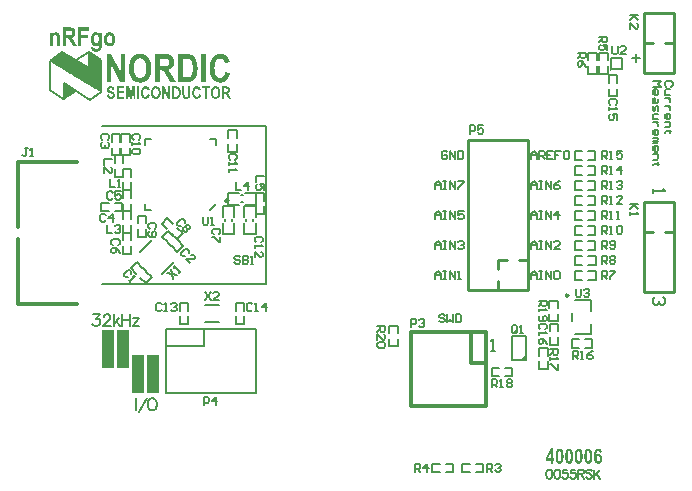
<source format=gto>
%FSLAX24Y24*%
%MOIN*%
G70*
G01*
G75*
G04 Layer_Color=65535*
%ADD10C,0.0060*%
%ADD11O,0.0256X0.0079*%
%ADD12O,0.0079X0.0256*%
%ADD13R,0.1850X0.1850*%
%ADD14R,0.0295X0.0315*%
%ADD15R,0.0197X0.0256*%
%ADD16C,0.0394*%
%ADD17R,0.1181X0.0300*%
%ADD18R,0.2000X0.0950*%
%ADD19R,0.0299X0.0945*%
%ADD20R,0.0400X0.0300*%
%ADD21C,0.0098*%
G04:AMPARAMS|DCode=22|XSize=47.2mil|YSize=43.3mil|CornerRadius=0mil|HoleSize=0mil|Usage=FLASHONLY|Rotation=45.000|XOffset=0mil|YOffset=0mil|HoleType=Round|Shape=Rectangle|*
%AMROTATEDRECTD22*
4,1,4,-0.0014,-0.0320,-0.0320,-0.0014,0.0014,0.0320,0.0320,0.0014,-0.0014,-0.0320,0.0*
%
%ADD22ROTATEDRECTD22*%

%ADD23R,0.1083X0.0350*%
%ADD24R,0.0197X0.0236*%
%ADD25R,0.0315X0.0295*%
%ADD26R,0.0236X0.0157*%
%ADD27R,0.0236X0.0217*%
%ADD28C,0.0079*%
G04:AMPARAMS|DCode=29|XSize=19.7mil|YSize=23.6mil|CornerRadius=0mil|HoleSize=0mil|Usage=FLASHONLY|Rotation=45.000|XOffset=0mil|YOffset=0mil|HoleType=Round|Shape=Rectangle|*
%AMROTATEDRECTD29*
4,1,4,0.0014,-0.0153,-0.0153,0.0014,-0.0014,0.0153,0.0153,-0.0014,0.0014,-0.0153,0.0*
%
%ADD29ROTATEDRECTD29*%

%ADD30R,0.0217X0.0236*%
%ADD31R,0.0394X0.0709*%
%ADD32R,0.0236X0.0197*%
%ADD33C,0.0090*%
%ADD34C,0.0080*%
%ADD35C,0.0300*%
%ADD36C,0.0150*%
%ADD37C,0.0100*%
%ADD38C,0.0591*%
%ADD39R,0.0591X0.0591*%
%ADD40C,0.0354*%
%ADD41C,0.0236*%
%ADD42R,0.0354X0.1043*%
%ADD43R,0.0394X0.0394*%
%ADD44R,0.0394X0.0394*%
%ADD45C,0.0098*%
%ADD46C,0.0039*%
%ADD47C,0.0079*%
%ADD48C,0.0118*%
%ADD49C,0.0059*%
%ADD50C,0.0050*%
%ADD51R,0.0420X0.1300*%
G36*
X3094Y13326D02*
X3099Y13325D01*
X3105Y13325D01*
X3111Y13324D01*
X3118Y13322D01*
X3133Y13319D01*
X3149Y13313D01*
X3156Y13309D01*
X3164Y13305D01*
X3170Y13300D01*
X3177Y13294D01*
X3177Y13294D01*
X3178Y13293D01*
X3180Y13291D01*
X3182Y13288D01*
X3185Y13285D01*
X3188Y13281D01*
X3191Y13276D01*
X3194Y13271D01*
X3197Y13265D01*
X3200Y13258D01*
X3203Y13250D01*
X3206Y13243D01*
X3208Y13234D01*
X3210Y13225D01*
X3212Y13214D01*
X3212Y13203D01*
X3145Y13200D01*
Y13200D01*
Y13201D01*
X3144Y13203D01*
X3144Y13205D01*
X3142Y13211D01*
X3141Y13218D01*
X3138Y13225D01*
X3135Y13233D01*
X3130Y13240D01*
X3125Y13246D01*
X3124Y13246D01*
X3123Y13247D01*
X3119Y13250D01*
X3114Y13252D01*
X3108Y13255D01*
X3101Y13257D01*
X3093Y13258D01*
X3083Y13259D01*
X3079D01*
X3073Y13258D01*
X3067Y13258D01*
X3061Y13256D01*
X3054Y13254D01*
X3047Y13251D01*
X3041Y13247D01*
X3040Y13247D01*
X3039Y13246D01*
X3036Y13243D01*
X3034Y13240D01*
X3031Y13235D01*
X3029Y13231D01*
X3027Y13225D01*
X3027Y13219D01*
Y13218D01*
Y13217D01*
X3027Y13214D01*
X3028Y13209D01*
X3029Y13205D01*
X3032Y13201D01*
X3036Y13196D01*
X3040Y13192D01*
X3040Y13191D01*
X3043Y13190D01*
X3046Y13188D01*
X3052Y13185D01*
X3057Y13183D01*
X3061Y13181D01*
X3066Y13179D01*
X3072Y13176D01*
X3078Y13174D01*
X3085Y13172D01*
X3093Y13169D01*
X3101Y13167D01*
X3102D01*
X3103Y13166D01*
X3106Y13166D01*
X3109Y13164D01*
X3114Y13163D01*
X3118Y13161D01*
X3129Y13157D01*
X3141Y13152D01*
X3153Y13148D01*
X3165Y13142D01*
X3170Y13139D01*
X3174Y13136D01*
X3176Y13135D01*
X3178Y13133D01*
X3182Y13130D01*
X3188Y13125D01*
X3193Y13119D01*
X3199Y13112D01*
X3204Y13103D01*
X3209Y13094D01*
X3210Y13093D01*
X3211Y13089D01*
X3213Y13084D01*
X3215Y13077D01*
X3218Y13068D01*
X3219Y13057D01*
X3221Y13045D01*
X3221Y13032D01*
Y13031D01*
Y13029D01*
Y13027D01*
X3221Y13023D01*
X3220Y13018D01*
X3219Y13013D01*
X3218Y13007D01*
X3217Y13001D01*
X3213Y12987D01*
X3207Y12971D01*
X3204Y12964D01*
X3199Y12957D01*
X3194Y12950D01*
X3188Y12943D01*
X3188Y12942D01*
X3186Y12941D01*
X3185Y12940D01*
X3182Y12937D01*
X3179Y12934D01*
X3174Y12931D01*
X3169Y12928D01*
X3164Y12925D01*
X3157Y12922D01*
X3149Y12919D01*
X3141Y12916D01*
X3132Y12913D01*
X3121Y12910D01*
X3111Y12909D01*
X3099Y12908D01*
X3087Y12907D01*
X3081D01*
X3075Y12908D01*
X3067Y12910D01*
X3058Y12911D01*
X3047Y12914D01*
X3036Y12919D01*
X3023Y12925D01*
X3011Y12932D01*
X2999Y12941D01*
X2988Y12952D01*
X2983Y12959D01*
X2977Y12966D01*
X2972Y12974D01*
X2968Y12982D01*
X2964Y12991D01*
X2960Y13000D01*
X2957Y13011D01*
X2954Y13022D01*
X2952Y13034D01*
X2950Y13047D01*
X3016Y13054D01*
Y13054D01*
X3016Y13051D01*
X3017Y13047D01*
X3018Y13042D01*
X3020Y13036D01*
X3022Y13030D01*
X3025Y13023D01*
X3029Y13015D01*
X3033Y13008D01*
X3038Y13001D01*
X3044Y12994D01*
X3051Y12988D01*
X3059Y12983D01*
X3067Y12980D01*
X3078Y12977D01*
X3088Y12976D01*
X3093D01*
X3099Y12977D01*
X3106Y12978D01*
X3113Y12980D01*
X3121Y12983D01*
X3129Y12987D01*
X3136Y12992D01*
X3136Y12993D01*
X3139Y12995D01*
X3142Y12999D01*
X3145Y13003D01*
X3149Y13009D01*
X3151Y13015D01*
X3153Y13023D01*
X3154Y13032D01*
Y13032D01*
Y13034D01*
X3153Y13036D01*
Y13040D01*
X3151Y13047D01*
X3150Y13051D01*
X3147Y13055D01*
Y13056D01*
X3146Y13057D01*
X3142Y13060D01*
X3140Y13063D01*
X3137Y13066D01*
X3133Y13068D01*
X3129Y13071D01*
X3128Y13071D01*
X3126Y13072D01*
X3122Y13074D01*
X3117Y13076D01*
X3113Y13077D01*
X3109Y13078D01*
X3104Y13080D01*
X3098Y13082D01*
X3092Y13084D01*
X3085Y13087D01*
X3077Y13089D01*
X3069Y13092D01*
X3068D01*
X3067Y13092D01*
X3064Y13093D01*
X3061Y13094D01*
X3058Y13095D01*
X3054Y13096D01*
X3045Y13100D01*
X3034Y13104D01*
X3023Y13109D01*
X3014Y13115D01*
X3005Y13120D01*
X3005Y13121D01*
X3002Y13123D01*
X2999Y13126D01*
X2994Y13131D01*
X2989Y13136D01*
X2984Y13143D01*
X2978Y13151D01*
X2974Y13160D01*
X2973Y13161D01*
X2972Y13164D01*
X2970Y13169D01*
X2968Y13176D01*
X2966Y13184D01*
X2964Y13193D01*
X2963Y13203D01*
X2962Y13213D01*
Y13214D01*
Y13214D01*
Y13216D01*
Y13218D01*
X2963Y13225D01*
X2964Y13233D01*
X2966Y13242D01*
X2969Y13252D01*
X2972Y13262D01*
X2977Y13273D01*
Y13273D01*
X2978Y13274D01*
X2980Y13277D01*
X2983Y13282D01*
X2988Y13288D01*
X2994Y13294D01*
X3001Y13301D01*
X3009Y13307D01*
X3019Y13313D01*
X3019D01*
X3020Y13313D01*
X3023Y13315D01*
X3029Y13317D01*
X3037Y13320D01*
X3047Y13322D01*
X3058Y13324D01*
X3071Y13326D01*
X3085Y13327D01*
X3090D01*
X3094Y13326D01*
D02*
G37*
G36*
X4081Y14416D02*
X4092D01*
X4106Y14413D01*
X4123Y14410D01*
X4141Y14406D01*
X4161Y14402D01*
X4181Y14395D01*
X4204Y14387D01*
X4226Y14376D01*
X4248Y14365D01*
X4270Y14349D01*
X4292Y14333D01*
X4313Y14313D01*
X4334Y14291D01*
X4335Y14290D01*
X4338Y14285D01*
X4344Y14279D01*
X4351Y14267D01*
X4358Y14255D01*
X4367Y14238D01*
X4377Y14220D01*
X4387Y14199D01*
X4396Y14174D01*
X4405Y14148D01*
X4415Y14119D01*
X4421Y14087D01*
X4428Y14052D01*
X4434Y14015D01*
X4437Y13975D01*
X4438Y13933D01*
Y13930D01*
Y13923D01*
Y13911D01*
X4437Y13894D01*
X4435Y13875D01*
X4433Y13851D01*
X4428Y13826D01*
X4424Y13798D01*
X4419Y13769D01*
X4412Y13740D01*
X4402Y13709D01*
X4391Y13679D01*
X4378Y13648D01*
X4363Y13619D01*
X4347Y13591D01*
X4327Y13565D01*
X4326Y13564D01*
X4323Y13560D01*
X4317Y13554D01*
X4309Y13547D01*
X4299Y13539D01*
X4288Y13528D01*
X4274Y13518D01*
X4258Y13507D01*
X4240Y13496D01*
X4220Y13486D01*
X4199Y13476D01*
X4176Y13467D01*
X4151Y13460D01*
X4123Y13454D01*
X4095Y13450D01*
X4065Y13449D01*
X4058D01*
X4048Y13450D01*
X4037D01*
X4023Y13453D01*
X4006Y13454D01*
X3988Y13458D01*
X3969Y13462D01*
X3948Y13469D01*
X3927Y13476D01*
X3905Y13486D01*
X3883Y13497D01*
X3862Y13511D01*
X3840Y13526D01*
X3820Y13543D01*
X3801Y13564D01*
X3800Y13565D01*
X3797Y13569D01*
X3791Y13578D01*
X3784Y13587D01*
X3776Y13601D01*
X3766Y13618D01*
X3757Y13637D01*
X3747Y13658D01*
X3736Y13683D01*
X3726Y13711D01*
X3716Y13740D01*
X3708Y13772D01*
X3701Y13807D01*
X3696Y13844D01*
X3693Y13884D01*
X3691Y13926D01*
Y13927D01*
Y13933D01*
Y13943D01*
X3693Y13954D01*
Y13968D01*
X3694Y13984D01*
X3696Y14004D01*
X3697Y14023D01*
X3704Y14068D01*
X3712Y14113D01*
X3723Y14159D01*
X3732Y14181D01*
X3740Y14202D01*
Y14204D01*
X3743Y14206D01*
X3746Y14212D01*
X3750Y14220D01*
X3754Y14229D01*
X3759Y14240D01*
X3775Y14263D01*
X3794Y14290D01*
X3815Y14316D01*
X3841Y14341D01*
X3869Y14363D01*
X3870D01*
X3873Y14366D01*
X3877Y14369D01*
X3883Y14372D01*
X3891Y14376D01*
X3901Y14380D01*
X3912Y14385D01*
X3923Y14391D01*
X3952Y14401D01*
X3986Y14409D01*
X4023Y14415D01*
X4065Y14417D01*
X4072D01*
X4081Y14416D01*
D02*
G37*
G36*
X4260Y13326D02*
X4265Y13325D01*
X4271Y13325D01*
X4277Y13324D01*
X4283Y13322D01*
X4298Y13317D01*
X4306Y13314D01*
X4314Y13310D01*
X4322Y13306D01*
X4329Y13300D01*
X4337Y13294D01*
X4344Y13288D01*
X4345D01*
X4346Y13286D01*
X4347Y13285D01*
X4349Y13283D01*
X4351Y13280D01*
X4354Y13276D01*
X4357Y13272D01*
X4360Y13267D01*
X4363Y13262D01*
X4366Y13256D01*
X4369Y13250D01*
X4373Y13243D01*
X4376Y13234D01*
X4379Y13226D01*
X4382Y13217D01*
X4384Y13207D01*
X4317Y13188D01*
Y13188D01*
X4317Y13189D01*
Y13191D01*
X4316Y13193D01*
X4314Y13199D01*
X4312Y13206D01*
X4308Y13215D01*
X4304Y13223D01*
X4298Y13231D01*
X4292Y13238D01*
X4291Y13239D01*
X4289Y13241D01*
X4284Y13244D01*
X4279Y13247D01*
X4272Y13251D01*
X4265Y13253D01*
X4257Y13256D01*
X4247Y13256D01*
X4244D01*
X4241Y13256D01*
X4235Y13255D01*
X4226Y13252D01*
X4216Y13249D01*
X4206Y13243D01*
X4201Y13239D01*
X4197Y13235D01*
X4192Y13230D01*
X4187Y13224D01*
Y13223D01*
X4186Y13223D01*
X4185Y13220D01*
X4183Y13218D01*
X4182Y13214D01*
X4180Y13210D01*
X4178Y13205D01*
X4176Y13199D01*
X4173Y13192D01*
X4171Y13184D01*
X4170Y13175D01*
X4168Y13166D01*
X4167Y13155D01*
X4165Y13144D01*
X4164Y13131D01*
Y13118D01*
Y13118D01*
Y13115D01*
Y13111D01*
X4165Y13105D01*
Y13099D01*
X4165Y13092D01*
X4166Y13084D01*
X4167Y13076D01*
X4170Y13058D01*
X4174Y13040D01*
X4176Y13032D01*
X4179Y13023D01*
X4183Y13016D01*
X4186Y13009D01*
Y13009D01*
X4188Y13008D01*
X4191Y13005D01*
X4195Y12999D01*
X4203Y12994D01*
X4211Y12988D01*
X4221Y12982D01*
X4233Y12979D01*
X4239Y12978D01*
X4245Y12977D01*
X4247D01*
X4250Y12978D01*
X4255Y12979D01*
X4261Y12980D01*
X4268Y12982D01*
X4276Y12986D01*
X4284Y12991D01*
X4291Y12998D01*
X4292Y12999D01*
X4294Y13002D01*
X4298Y13007D01*
X4302Y13014D01*
X4307Y13023D01*
X4311Y13035D01*
X4316Y13048D01*
X4319Y13064D01*
X4385Y13039D01*
Y13038D01*
X4384Y13036D01*
X4383Y13032D01*
X4382Y13027D01*
X4380Y13022D01*
X4378Y13015D01*
X4376Y13008D01*
X4373Y13000D01*
X4366Y12984D01*
X4357Y12967D01*
X4346Y12952D01*
X4340Y12945D01*
X4334Y12938D01*
X4333Y12938D01*
X4332Y12937D01*
X4330Y12935D01*
X4327Y12934D01*
X4324Y12931D01*
X4320Y12929D01*
X4315Y12926D01*
X4310Y12923D01*
X4304Y12920D01*
X4297Y12917D01*
X4282Y12912D01*
X4265Y12908D01*
X4256Y12908D01*
X4247Y12907D01*
X4244D01*
X4241Y12908D01*
X4236D01*
X4230Y12909D01*
X4224Y12910D01*
X4216Y12911D01*
X4209Y12913D01*
X4200Y12916D01*
X4192Y12919D01*
X4183Y12923D01*
X4174Y12928D01*
X4165Y12934D01*
X4157Y12941D01*
X4149Y12948D01*
X4141Y12957D01*
X4140Y12958D01*
X4139Y12959D01*
X4137Y12963D01*
X4134Y12968D01*
X4130Y12973D01*
X4126Y12981D01*
X4122Y12989D01*
X4118Y12999D01*
X4113Y13009D01*
X4109Y13021D01*
X4105Y13033D01*
X4102Y13047D01*
X4099Y13062D01*
X4096Y13078D01*
X4095Y13095D01*
X4094Y13113D01*
Y13114D01*
Y13115D01*
Y13118D01*
X4095Y13124D01*
Y13130D01*
X4096Y13139D01*
X4097Y13149D01*
X4099Y13160D01*
X4100Y13172D01*
X4103Y13185D01*
X4106Y13199D01*
X4110Y13212D01*
X4114Y13226D01*
X4120Y13239D01*
X4126Y13252D01*
X4133Y13264D01*
X4141Y13276D01*
X4142Y13276D01*
X4143Y13278D01*
X4146Y13280D01*
X4149Y13283D01*
X4153Y13288D01*
X4158Y13292D01*
X4164Y13297D01*
X4170Y13301D01*
X4177Y13306D01*
X4186Y13310D01*
X4195Y13315D01*
X4204Y13319D01*
X4215Y13322D01*
X4226Y13324D01*
X4238Y13326D01*
X4251Y13327D01*
X4256D01*
X4260Y13326D01*
D02*
G37*
G36*
X5967D02*
X5971Y13325D01*
X5977Y13325D01*
X5983Y13324D01*
X5989Y13322D01*
X6004Y13317D01*
X6012Y13314D01*
X6020Y13310D01*
X6028Y13306D01*
X6036Y13300D01*
X6044Y13294D01*
X6051Y13288D01*
X6051D01*
X6052Y13286D01*
X6053Y13285D01*
X6055Y13283D01*
X6057Y13280D01*
X6060Y13276D01*
X6063Y13272D01*
X6066Y13267D01*
X6069Y13262D01*
X6072Y13256D01*
X6075Y13250D01*
X6079Y13243D01*
X6082Y13234D01*
X6085Y13226D01*
X6088Y13217D01*
X6090Y13207D01*
X6024Y13188D01*
Y13188D01*
X6023Y13189D01*
Y13191D01*
X6022Y13193D01*
X6021Y13199D01*
X6018Y13206D01*
X6015Y13215D01*
X6010Y13223D01*
X6004Y13231D01*
X5998Y13238D01*
X5997Y13239D01*
X5995Y13241D01*
X5991Y13244D01*
X5985Y13247D01*
X5979Y13251D01*
X5971Y13253D01*
X5963Y13256D01*
X5953Y13256D01*
X5950D01*
X5947Y13256D01*
X5941Y13255D01*
X5932Y13252D01*
X5923Y13249D01*
X5913Y13243D01*
X5908Y13239D01*
X5903Y13235D01*
X5898Y13230D01*
X5893Y13224D01*
Y13223D01*
X5892Y13223D01*
X5891Y13220D01*
X5890Y13218D01*
X5888Y13214D01*
X5886Y13210D01*
X5884Y13205D01*
X5882Y13199D01*
X5879Y13192D01*
X5878Y13184D01*
X5876Y13175D01*
X5874Y13166D01*
X5873Y13155D01*
X5872Y13144D01*
X5870Y13131D01*
Y13118D01*
Y13118D01*
Y13115D01*
Y13111D01*
X5871Y13105D01*
Y13099D01*
X5872Y13092D01*
X5872Y13084D01*
X5873Y13076D01*
X5876Y13058D01*
X5880Y13040D01*
X5882Y13032D01*
X5885Y13023D01*
X5889Y13016D01*
X5893Y13009D01*
Y13009D01*
X5894Y13008D01*
X5897Y13005D01*
X5902Y12999D01*
X5909Y12994D01*
X5917Y12988D01*
X5927Y12982D01*
X5939Y12979D01*
X5945Y12978D01*
X5952Y12977D01*
X5953D01*
X5956Y12978D01*
X5961Y12979D01*
X5967Y12980D01*
X5974Y12982D01*
X5982Y12986D01*
X5990Y12991D01*
X5997Y12998D01*
X5998Y12999D01*
X6000Y13002D01*
X6004Y13007D01*
X6008Y13014D01*
X6013Y13023D01*
X6017Y13035D01*
X6022Y13048D01*
X6025Y13064D01*
X6091Y13039D01*
Y13038D01*
X6090Y13036D01*
X6089Y13032D01*
X6088Y13027D01*
X6086Y13022D01*
X6084Y13015D01*
X6082Y13008D01*
X6079Y13000D01*
X6072Y12984D01*
X6063Y12967D01*
X6053Y12952D01*
X6047Y12945D01*
X6040Y12938D01*
X6039Y12938D01*
X6038Y12937D01*
X6036Y12935D01*
X6033Y12934D01*
X6030Y12931D01*
X6026Y12929D01*
X6021Y12926D01*
X6016Y12923D01*
X6010Y12920D01*
X6003Y12917D01*
X5988Y12912D01*
X5971Y12908D01*
X5962Y12908D01*
X5953Y12907D01*
X5950D01*
X5947Y12908D01*
X5942D01*
X5937Y12909D01*
X5930Y12910D01*
X5923Y12911D01*
X5915Y12913D01*
X5906Y12916D01*
X5898Y12919D01*
X5890Y12923D01*
X5881Y12928D01*
X5872Y12934D01*
X5863Y12941D01*
X5855Y12948D01*
X5847Y12957D01*
X5846Y12958D01*
X5845Y12959D01*
X5843Y12963D01*
X5840Y12968D01*
X5836Y12973D01*
X5833Y12981D01*
X5828Y12989D01*
X5824Y12999D01*
X5819Y13009D01*
X5815Y13021D01*
X5812Y13033D01*
X5808Y13047D01*
X5805Y13062D01*
X5803Y13078D01*
X5801Y13095D01*
X5801Y13113D01*
Y13114D01*
Y13115D01*
Y13118D01*
X5801Y13124D01*
Y13130D01*
X5802Y13139D01*
X5803Y13149D01*
X5805Y13160D01*
X5807Y13172D01*
X5809Y13185D01*
X5812Y13199D01*
X5816Y13212D01*
X5821Y13226D01*
X5826Y13239D01*
X5832Y13252D01*
X5839Y13264D01*
X5848Y13276D01*
X5848Y13276D01*
X5849Y13278D01*
X5852Y13280D01*
X5855Y13283D01*
X5859Y13288D01*
X5864Y13292D01*
X5870Y13297D01*
X5876Y13301D01*
X5884Y13306D01*
X5892Y13310D01*
X5901Y13315D01*
X5911Y13319D01*
X5922Y13322D01*
X5932Y13324D01*
X5944Y13326D01*
X5957Y13327D01*
X5962D01*
X5967Y13326D01*
D02*
G37*
G36*
X4918Y14401D02*
X4931D01*
X4957Y14399D01*
X4986Y14395D01*
X5016Y14391D01*
X5043Y14384D01*
X5056Y14380D01*
X5067Y14376D01*
X5070Y14374D01*
X5077Y14372D01*
X5086Y14365D01*
X5099Y14355D01*
X5113Y14344D01*
X5127Y14329D01*
X5142Y14310D01*
X5156Y14288D01*
X5157Y14285D01*
X5161Y14277D01*
X5167Y14263D01*
X5174Y14247D01*
X5179Y14224D01*
X5185Y14198D01*
X5189Y14170D01*
X5190Y14138D01*
Y14137D01*
Y14134D01*
Y14127D01*
X5189Y14120D01*
Y14111D01*
X5188Y14099D01*
X5183Y14074D01*
X5178Y14047D01*
X5168Y14018D01*
X5154Y13988D01*
X5136Y13961D01*
Y13959D01*
X5134Y13958D01*
X5127Y13950D01*
X5114Y13938D01*
X5097Y13926D01*
X5077Y13911D01*
X5050Y13897D01*
X5021Y13886D01*
X4986Y13877D01*
X4989Y13876D01*
X4995Y13870D01*
X5004Y13864D01*
X5016Y13854D01*
X5028Y13843D01*
X5042Y13829D01*
X5056Y13814D01*
X5068Y13798D01*
X5070Y13797D01*
X5074Y13790D01*
X5082Y13779D01*
X5092Y13764D01*
X5104Y13743D01*
X5111Y13730D01*
X5120Y13716D01*
X5128Y13701D01*
X5138Y13684D01*
X5147Y13665D01*
X5157Y13646D01*
X5251Y13464D01*
X5064D01*
X4953Y13668D01*
Y13669D01*
X4950Y13673D01*
X4947Y13679D01*
X4943Y13686D01*
X4938Y13694D01*
X4932Y13704D01*
X4920Y13726D01*
X4906Y13750D01*
X4892Y13773D01*
X4886Y13783D01*
X4879Y13791D01*
X4874Y13800D01*
X4870Y13805D01*
X4868Y13807D01*
X4866Y13809D01*
X4861Y13815D01*
X4856Y13821D01*
X4842Y13833D01*
X4834Y13840D01*
X4824Y13844D01*
X4823D01*
X4820Y13845D01*
X4814Y13848D01*
X4806Y13850D01*
X4795Y13852D01*
X4781Y13854D01*
X4766Y13855D01*
X4716D01*
Y13464D01*
X4560D01*
Y14402D01*
X4909D01*
X4918Y14401D01*
D02*
G37*
G36*
X3561Y13464D02*
X3404D01*
X3095Y14074D01*
Y13464D01*
X2950D01*
Y14402D01*
X3100D01*
X3417Y13775D01*
Y14402D01*
X3561D01*
Y13464D01*
D02*
G37*
G36*
X6766Y14416D02*
X6777Y14415D01*
X6789Y14413D01*
X6803Y14410D01*
X6819Y14406D01*
X6853Y14395D01*
X6871Y14388D01*
X6889Y14380D01*
X6907Y14369D01*
X6925Y14356D01*
X6943Y14342D01*
X6960Y14327D01*
X6961D01*
X6963Y14324D01*
X6966Y14320D01*
X6970Y14316D01*
X6975Y14309D01*
X6981Y14301D01*
X6988Y14291D01*
X6995Y14280D01*
X7002Y14267D01*
X7010Y14255D01*
X7017Y14240D01*
X7025Y14223D01*
X7032Y14204D01*
X7039Y14184D01*
X7046Y14163D01*
X7052Y14141D01*
X6898Y14097D01*
Y14098D01*
X6896Y14099D01*
Y14104D01*
X6895Y14109D01*
X6891Y14123D01*
X6885Y14140D01*
X6877Y14159D01*
X6866Y14179D01*
X6853Y14197D01*
X6838Y14213D01*
X6837Y14215D01*
X6831Y14220D01*
X6821Y14227D01*
X6809Y14234D01*
X6794Y14242D01*
X6777Y14248D01*
X6757Y14254D01*
X6735Y14255D01*
X6727D01*
X6721Y14254D01*
X6706Y14251D01*
X6687Y14245D01*
X6664Y14237D01*
X6641Y14223D01*
X6630Y14215D01*
X6619Y14205D01*
X6608Y14194D01*
X6596Y14180D01*
Y14179D01*
X6594Y14177D01*
X6592Y14172D01*
X6588Y14166D01*
X6584Y14158D01*
X6580Y14148D01*
X6576Y14136D01*
X6570Y14122D01*
X6565Y14106D01*
X6560Y14088D01*
X6556Y14068D01*
X6552Y14045D01*
X6549Y14022D01*
X6546Y13995D01*
X6544Y13966D01*
Y13936D01*
Y13934D01*
Y13927D01*
Y13919D01*
X6545Y13907D01*
Y13893D01*
X6546Y13876D01*
X6548Y13858D01*
X6551Y13839D01*
X6556Y13797D01*
X6566Y13755D01*
X6571Y13736D01*
X6578Y13716D01*
X6587Y13700D01*
X6595Y13684D01*
Y13683D01*
X6598Y13682D01*
X6605Y13673D01*
X6616Y13661D01*
X6633Y13648D01*
X6652Y13635D01*
X6674Y13622D01*
X6702Y13614D01*
X6716Y13612D01*
X6731Y13611D01*
X6734D01*
X6741Y13612D01*
X6753Y13614D01*
X6767Y13616D01*
X6784Y13622D01*
X6802Y13630D01*
X6820Y13643D01*
X6837Y13658D01*
X6838Y13661D01*
X6844Y13668D01*
X6852Y13679D01*
X6862Y13696D01*
X6873Y13716D01*
X6882Y13743D01*
X6893Y13773D01*
X6902Y13811D01*
X7053Y13752D01*
Y13751D01*
X7052Y13746D01*
X7049Y13737D01*
X7046Y13726D01*
X7042Y13714D01*
X7038Y13698D01*
X7032Y13682D01*
X7025Y13664D01*
X7009Y13626D01*
X6988Y13587D01*
X6964Y13551D01*
X6950Y13536D01*
X6935Y13521D01*
X6934Y13519D01*
X6931Y13518D01*
X6927Y13514D01*
X6920Y13510D01*
X6913Y13504D01*
X6903Y13498D01*
X6892Y13492D01*
X6880Y13485D01*
X6866Y13478D01*
X6850Y13471D01*
X6816Y13460D01*
X6777Y13451D01*
X6756Y13450D01*
X6734Y13449D01*
X6727D01*
X6720Y13450D01*
X6709D01*
X6696Y13453D01*
X6681Y13454D01*
X6664Y13458D01*
X6646Y13462D01*
X6627Y13469D01*
X6608Y13476D01*
X6588Y13486D01*
X6567Y13497D01*
X6546Y13511D01*
X6527Y13526D01*
X6508Y13543D01*
X6490Y13564D01*
X6488Y13565D01*
X6485Y13569D01*
X6480Y13578D01*
X6473Y13589D01*
X6465Y13601D01*
X6456Y13618D01*
X6447Y13637D01*
X6437Y13659D01*
X6426Y13683D01*
X6416Y13711D01*
X6408Y13740D01*
X6399Y13772D01*
X6392Y13807D01*
X6387Y13844D01*
X6384Y13883D01*
X6383Y13925D01*
Y13926D01*
Y13927D01*
Y13936D01*
X6384Y13948D01*
Y13963D01*
X6385Y13984D01*
X6388Y14008D01*
X6392Y14033D01*
X6397Y14061D01*
X6402Y14091D01*
X6409Y14122D01*
X6417Y14152D01*
X6428Y14184D01*
X6441Y14215D01*
X6455Y14244D01*
X6472Y14273D01*
X6491Y14299D01*
X6492Y14301D01*
X6495Y14305D01*
X6501Y14310D01*
X6508Y14317D01*
X6517Y14327D01*
X6528Y14337D01*
X6542Y14348D01*
X6558Y14359D01*
X6574Y14369D01*
X6594Y14380D01*
X6614Y14390D01*
X6637Y14399D01*
X6662Y14406D01*
X6687Y14412D01*
X6714Y14416D01*
X6744Y14417D01*
X6756D01*
X6766Y14416D01*
D02*
G37*
G36*
X5644Y14401D02*
X5654D01*
X5678Y14399D01*
X5704Y14397D01*
X5730Y14391D01*
X5757Y14385D01*
X5779Y14377D01*
X5782Y14376D01*
X5789Y14373D01*
X5798Y14366D01*
X5812Y14358D01*
X5828Y14347D01*
X5846Y14333D01*
X5862Y14316D01*
X5880Y14297D01*
X5883Y14294D01*
X5889Y14287D01*
X5897Y14274D01*
X5907Y14256D01*
X5919Y14236D01*
X5932Y14211D01*
X5943Y14181D01*
X5954Y14148D01*
Y14147D01*
X5955Y14144D01*
X5957Y14138D01*
X5958Y14131D01*
X5959Y14123D01*
X5962Y14112D01*
X5965Y14099D01*
X5968Y14086D01*
X5969Y14070D01*
X5972Y14054D01*
X5975Y14036D01*
X5976Y14015D01*
X5979Y13972D01*
X5980Y13923D01*
Y13922D01*
Y13918D01*
Y13911D01*
Y13902D01*
X5979Y13893D01*
Y13880D01*
X5977Y13866D01*
Y13851D01*
X5973Y13818D01*
X5969Y13782D01*
X5962Y13746D01*
X5952Y13711D01*
Y13709D01*
X5951Y13707D01*
X5950Y13703D01*
X5947Y13696D01*
X5941Y13679D01*
X5933Y13659D01*
X5923Y13636D01*
X5911Y13612D01*
X5897Y13589D01*
X5882Y13568D01*
X5880Y13565D01*
X5875Y13560D01*
X5865Y13550D01*
X5854Y13539D01*
X5839Y13526D01*
X5822Y13514D01*
X5803Y13501D01*
X5780Y13490D01*
X5778Y13489D01*
X5769Y13486D01*
X5757Y13482D01*
X5739Y13478D01*
X5716Y13472D01*
X5690Y13468D01*
X5660Y13465D01*
X5626Y13464D01*
X5335D01*
Y14402D01*
X5636D01*
X5644Y14401D01*
D02*
G37*
G36*
X6262Y13464D02*
X6106D01*
Y14402D01*
X6262D01*
Y13464D01*
D02*
G37*
G36*
X5070Y12914D02*
X5003D01*
X4869Y13178D01*
Y12914D01*
X4806D01*
Y13320D01*
X4871D01*
X5008Y13048D01*
Y13320D01*
X5070D01*
Y12914D01*
D02*
G37*
G36*
X3526Y13252D02*
X3346D01*
Y13161D01*
X3513D01*
Y13093D01*
X3346D01*
Y12982D01*
X3532D01*
Y12914D01*
X3278D01*
Y13320D01*
X3526D01*
Y13252D01*
D02*
G37*
G36*
X4042Y12914D02*
X3975D01*
Y13320D01*
X4042D01*
Y12914D01*
D02*
G37*
G36*
X4598Y13326D02*
X4602D01*
X4608Y13325D01*
X4616Y13324D01*
X4623Y13322D01*
X4632Y13320D01*
X4641Y13317D01*
X4650Y13313D01*
X4660Y13309D01*
X4670Y13304D01*
X4679Y13297D01*
X4689Y13290D01*
X4698Y13282D01*
X4707Y13272D01*
X4708Y13271D01*
X4709Y13270D01*
X4711Y13267D01*
X4714Y13262D01*
X4717Y13256D01*
X4721Y13249D01*
X4726Y13241D01*
X4730Y13232D01*
X4734Y13221D01*
X4738Y13210D01*
X4742Y13197D01*
X4745Y13184D01*
X4748Y13169D01*
X4750Y13152D01*
X4751Y13135D01*
X4752Y13117D01*
Y13116D01*
Y13113D01*
Y13107D01*
X4751Y13100D01*
X4751Y13092D01*
X4750Y13081D01*
X4748Y13071D01*
X4746Y13059D01*
X4744Y13046D01*
X4741Y13033D01*
X4736Y13020D01*
X4732Y13007D01*
X4726Y12994D01*
X4720Y12981D01*
X4712Y12969D01*
X4704Y12958D01*
X4703Y12957D01*
X4702Y12955D01*
X4700Y12953D01*
X4696Y12950D01*
X4692Y12946D01*
X4687Y12941D01*
X4681Y12937D01*
X4674Y12932D01*
X4666Y12928D01*
X4658Y12923D01*
X4649Y12919D01*
X4638Y12915D01*
X4628Y12912D01*
X4616Y12910D01*
X4604Y12908D01*
X4590Y12907D01*
X4587D01*
X4583Y12908D01*
X4578D01*
X4572Y12909D01*
X4565Y12910D01*
X4557Y12911D01*
X4549Y12913D01*
X4540Y12916D01*
X4531Y12919D01*
X4521Y12923D01*
X4512Y12928D01*
X4503Y12934D01*
X4493Y12941D01*
X4485Y12948D01*
X4476Y12957D01*
X4476Y12958D01*
X4474Y12959D01*
X4472Y12963D01*
X4469Y12967D01*
X4465Y12973D01*
X4461Y12981D01*
X4457Y12989D01*
X4453Y12998D01*
X4448Y13009D01*
X4444Y13021D01*
X4439Y13033D01*
X4436Y13047D01*
X4433Y13062D01*
X4430Y13078D01*
X4429Y13096D01*
X4429Y13114D01*
Y13115D01*
Y13117D01*
Y13121D01*
X4429Y13126D01*
Y13132D01*
X4430Y13139D01*
X4430Y13148D01*
X4431Y13156D01*
X4434Y13175D01*
X4438Y13195D01*
X4442Y13215D01*
X4446Y13225D01*
X4450Y13234D01*
Y13234D01*
X4451Y13235D01*
X4452Y13238D01*
X4454Y13241D01*
X4456Y13245D01*
X4458Y13250D01*
X4465Y13260D01*
X4473Y13271D01*
X4482Y13283D01*
X4494Y13294D01*
X4506Y13303D01*
X4506D01*
X4507Y13304D01*
X4509Y13306D01*
X4512Y13307D01*
X4515Y13309D01*
X4519Y13310D01*
X4524Y13313D01*
X4529Y13315D01*
X4542Y13319D01*
X4556Y13323D01*
X4572Y13325D01*
X4590Y13327D01*
X4593D01*
X4598Y13326D01*
D02*
G37*
G36*
X6588D02*
X6593D01*
X6599Y13325D01*
X6606Y13324D01*
X6614Y13322D01*
X6622Y13320D01*
X6631Y13317D01*
X6641Y13313D01*
X6651Y13309D01*
X6660Y13304D01*
X6670Y13297D01*
X6679Y13290D01*
X6688Y13282D01*
X6697Y13272D01*
X6698Y13271D01*
X6699Y13270D01*
X6702Y13267D01*
X6705Y13262D01*
X6708Y13256D01*
X6712Y13249D01*
X6716Y13241D01*
X6720Y13232D01*
X6724Y13221D01*
X6728Y13210D01*
X6732Y13197D01*
X6735Y13184D01*
X6738Y13169D01*
X6741Y13152D01*
X6742Y13135D01*
X6742Y13117D01*
Y13116D01*
Y13113D01*
Y13107D01*
X6742Y13100D01*
X6741Y13092D01*
X6740Y13081D01*
X6738Y13071D01*
X6736Y13059D01*
X6734Y13046D01*
X6731Y13033D01*
X6727Y13020D01*
X6722Y13007D01*
X6717Y12994D01*
X6710Y12981D01*
X6703Y12969D01*
X6694Y12958D01*
X6694Y12957D01*
X6693Y12955D01*
X6690Y12953D01*
X6687Y12950D01*
X6682Y12946D01*
X6678Y12941D01*
X6672Y12937D01*
X6664Y12932D01*
X6657Y12928D01*
X6648Y12923D01*
X6639Y12919D01*
X6629Y12915D01*
X6618Y12912D01*
X6606Y12910D01*
X6594Y12908D01*
X6581Y12907D01*
X6578D01*
X6574Y12908D01*
X6569D01*
X6563Y12909D01*
X6556Y12910D01*
X6548Y12911D01*
X6539Y12913D01*
X6530Y12916D01*
X6521Y12919D01*
X6512Y12923D01*
X6502Y12928D01*
X6493Y12934D01*
X6483Y12941D01*
X6475Y12948D01*
X6467Y12957D01*
X6466Y12958D01*
X6465Y12959D01*
X6462Y12963D01*
X6459Y12967D01*
X6456Y12973D01*
X6452Y12981D01*
X6447Y12989D01*
X6443Y12998D01*
X6438Y13009D01*
X6434Y13021D01*
X6430Y13033D01*
X6426Y13047D01*
X6423Y13062D01*
X6421Y13078D01*
X6420Y13096D01*
X6419Y13114D01*
Y13115D01*
Y13117D01*
Y13121D01*
X6420Y13126D01*
Y13132D01*
X6420Y13139D01*
X6421Y13148D01*
X6422Y13156D01*
X6425Y13175D01*
X6428Y13195D01*
X6433Y13215D01*
X6437Y13225D01*
X6440Y13234D01*
Y13234D01*
X6441Y13235D01*
X6443Y13238D01*
X6444Y13241D01*
X6446Y13245D01*
X6449Y13250D01*
X6455Y13260D01*
X6464Y13271D01*
X6473Y13283D01*
X6484Y13294D01*
X6496Y13303D01*
X6497D01*
X6498Y13304D01*
X6500Y13306D01*
X6502Y13307D01*
X6506Y13309D01*
X6510Y13310D01*
X6515Y13313D01*
X6520Y13315D01*
X6532Y13319D01*
X6547Y13323D01*
X6563Y13325D01*
X6581Y13327D01*
X6584D01*
X6588Y13326D01*
D02*
G37*
G36*
X5274Y13319D02*
X5278D01*
X5289Y13319D01*
X5300Y13318D01*
X5311Y13315D01*
X5323Y13313D01*
X5333Y13309D01*
X5334Y13309D01*
X5337Y13307D01*
X5341Y13304D01*
X5347Y13301D01*
X5354Y13296D01*
X5361Y13290D01*
X5369Y13283D01*
X5376Y13274D01*
X5378Y13273D01*
X5380Y13270D01*
X5384Y13265D01*
X5388Y13257D01*
X5393Y13248D01*
X5399Y13237D01*
X5403Y13225D01*
X5408Y13210D01*
Y13209D01*
X5409Y13208D01*
X5409Y13206D01*
X5410Y13203D01*
X5411Y13199D01*
X5412Y13194D01*
X5413Y13189D01*
X5414Y13183D01*
X5415Y13176D01*
X5416Y13169D01*
X5417Y13161D01*
X5418Y13152D01*
X5419Y13134D01*
X5420Y13113D01*
Y13112D01*
Y13110D01*
Y13107D01*
Y13104D01*
X5419Y13099D01*
Y13094D01*
X5418Y13088D01*
Y13081D01*
X5417Y13067D01*
X5415Y13051D01*
X5412Y13036D01*
X5408Y13021D01*
Y13020D01*
X5407Y13019D01*
X5406Y13017D01*
X5405Y13014D01*
X5403Y13007D01*
X5399Y12999D01*
X5395Y12988D01*
X5390Y12978D01*
X5384Y12968D01*
X5377Y12959D01*
X5376Y12958D01*
X5374Y12955D01*
X5370Y12951D01*
X5365Y12946D01*
X5358Y12941D01*
X5351Y12935D01*
X5343Y12930D01*
X5333Y12925D01*
X5332Y12925D01*
X5328Y12923D01*
X5323Y12922D01*
X5315Y12920D01*
X5305Y12917D01*
X5294Y12916D01*
X5281Y12914D01*
X5266Y12914D01*
X5140D01*
Y13320D01*
X5271D01*
X5274Y13319D01*
D02*
G37*
G36*
X5742Y13107D02*
Y13105D01*
Y13103D01*
Y13099D01*
Y13093D01*
Y13087D01*
X5741Y13079D01*
Y13071D01*
X5741Y13061D01*
X5739Y13042D01*
X5738Y13023D01*
X5737Y13013D01*
X5736Y13004D01*
X5735Y12996D01*
X5733Y12988D01*
Y12988D01*
X5732Y12987D01*
X5732Y12985D01*
X5731Y12982D01*
X5729Y12976D01*
X5724Y12967D01*
X5719Y12958D01*
X5712Y12948D01*
X5704Y12938D01*
X5693Y12929D01*
X5693D01*
X5692Y12928D01*
X5690Y12928D01*
X5688Y12926D01*
X5685Y12924D01*
X5681Y12922D01*
X5676Y12920D01*
X5671Y12919D01*
X5660Y12914D01*
X5646Y12911D01*
X5631Y12908D01*
X5613Y12907D01*
X5608D01*
X5604Y12908D01*
X5599D01*
X5595Y12908D01*
X5583Y12910D01*
X5570Y12912D01*
X5556Y12915D01*
X5543Y12920D01*
X5531Y12926D01*
X5530D01*
X5530Y12926D01*
X5526Y12929D01*
X5521Y12934D01*
X5515Y12940D01*
X5507Y12947D01*
X5500Y12956D01*
X5494Y12966D01*
X5488Y12978D01*
Y12979D01*
X5488Y12980D01*
X5487Y12982D01*
X5486Y12985D01*
X5485Y12989D01*
X5484Y12994D01*
X5483Y13000D01*
X5482Y13006D01*
X5481Y13015D01*
X5480Y13024D01*
X5479Y13034D01*
X5477Y13045D01*
X5477Y13058D01*
X5476Y13072D01*
X5476Y13087D01*
Y13103D01*
Y13320D01*
X5543D01*
Y13100D01*
Y13099D01*
Y13098D01*
Y13095D01*
Y13092D01*
Y13088D01*
Y13083D01*
X5543Y13072D01*
Y13062D01*
X5544Y13050D01*
X5545Y13041D01*
Y13037D01*
X5545Y13033D01*
Y13032D01*
X5546Y13029D01*
X5548Y13024D01*
X5549Y13018D01*
X5552Y13011D01*
X5556Y13005D01*
X5560Y12998D01*
X5566Y12992D01*
X5567Y12991D01*
X5569Y12990D01*
X5573Y12987D01*
X5578Y12985D01*
X5584Y12982D01*
X5592Y12980D01*
X5601Y12978D01*
X5611Y12977D01*
X5615D01*
X5619Y12978D01*
X5625Y12979D01*
X5631Y12980D01*
X5637Y12982D01*
X5643Y12984D01*
X5649Y12988D01*
X5649Y12988D01*
X5651Y12990D01*
X5653Y12992D01*
X5656Y12995D01*
X5660Y12999D01*
X5663Y13004D01*
X5666Y13009D01*
X5669Y13016D01*
Y13017D01*
X5670Y13020D01*
Y13022D01*
X5670Y13025D01*
X5671Y13029D01*
X5671Y13033D01*
X5672Y13038D01*
X5673Y13044D01*
X5673Y13050D01*
Y13057D01*
X5674Y13065D01*
X5675Y13074D01*
Y13084D01*
Y13095D01*
Y13320D01*
X5742D01*
Y13107D01*
D02*
G37*
G36*
X3911Y12914D02*
X3848D01*
Y13234D01*
X3781Y12914D01*
X3716D01*
X3650Y13234D01*
Y12914D01*
X3588D01*
Y13320D01*
X3688D01*
X3749Y13042D01*
X3809Y13320D01*
X3911D01*
Y12914D01*
D02*
G37*
G36*
X6390Y13252D02*
X6291D01*
Y12914D01*
X6224D01*
Y13252D01*
X6125D01*
Y13320D01*
X6390D01*
Y13252D01*
D02*
G37*
G36*
X6950Y13319D02*
X6956D01*
X6967Y13319D01*
X6980Y13317D01*
X6992Y13315D01*
X7005Y13312D01*
X7010Y13310D01*
X7015Y13309D01*
X7016Y13308D01*
X7019Y13307D01*
X7023Y13304D01*
X7029Y13300D01*
X7035Y13295D01*
X7041Y13288D01*
X7047Y13280D01*
X7053Y13271D01*
X7054Y13270D01*
X7056Y13266D01*
X7058Y13260D01*
X7061Y13253D01*
X7063Y13243D01*
X7066Y13232D01*
X7068Y13220D01*
X7068Y13206D01*
Y13205D01*
Y13204D01*
Y13201D01*
X7068Y13198D01*
Y13194D01*
X7067Y13189D01*
X7065Y13178D01*
X7063Y13166D01*
X7059Y13154D01*
X7053Y13141D01*
X7045Y13129D01*
Y13128D01*
X7044Y13128D01*
X7041Y13124D01*
X7035Y13119D01*
X7028Y13114D01*
X7019Y13107D01*
X7008Y13101D01*
X6995Y13096D01*
X6980Y13093D01*
X6981Y13092D01*
X6983Y13090D01*
X6988Y13087D01*
X6992Y13083D01*
X6998Y13078D01*
X7004Y13072D01*
X7010Y13065D01*
X7015Y13059D01*
X7016Y13058D01*
X7018Y13055D01*
X7021Y13050D01*
X7026Y13044D01*
X7031Y13035D01*
X7034Y13029D01*
X7038Y13023D01*
X7041Y13017D01*
X7045Y13009D01*
X7050Y13001D01*
X7054Y12993D01*
X7095Y12914D01*
X7014D01*
X6965Y13002D01*
Y13003D01*
X6964Y13005D01*
X6963Y13007D01*
X6961Y13010D01*
X6959Y13014D01*
X6956Y13018D01*
X6951Y13027D01*
X6945Y13038D01*
X6939Y13048D01*
X6937Y13052D01*
X6934Y13056D01*
X6931Y13059D01*
X6929Y13062D01*
X6929Y13062D01*
X6928Y13063D01*
X6926Y13066D01*
X6923Y13068D01*
X6917Y13074D01*
X6914Y13077D01*
X6910Y13078D01*
X6909D01*
X6908Y13079D01*
X6905Y13080D01*
X6902Y13081D01*
X6897Y13082D01*
X6891Y13083D01*
X6884Y13083D01*
X6863D01*
Y12914D01*
X6795D01*
Y13320D01*
X6946D01*
X6950Y13319D01*
D02*
G37*
G36*
X2590Y15126D02*
X2599Y15125D01*
X2609Y15123D01*
X2619Y15120D01*
X2630Y15115D01*
X2641Y15109D01*
X2642Y15108D01*
X2646Y15105D01*
X2651Y15101D01*
X2659Y15095D01*
X2666Y15087D01*
X2674Y15077D01*
X2684Y15066D01*
X2692Y15053D01*
Y15117D01*
X2785D01*
Y14710D01*
Y14709D01*
Y14705D01*
Y14701D01*
Y14694D01*
X2784Y14686D01*
Y14677D01*
X2783Y14667D01*
Y14656D01*
X2780Y14633D01*
X2777Y14610D01*
X2773Y14588D01*
X2770Y14578D01*
X2766Y14569D01*
Y14569D01*
X2765Y14568D01*
X2762Y14562D01*
X2759Y14555D01*
X2752Y14544D01*
X2745Y14533D01*
X2736Y14522D01*
X2724Y14512D01*
X2711Y14503D01*
X2709Y14502D01*
X2704Y14499D01*
X2696Y14495D01*
X2684Y14492D01*
X2669Y14487D01*
X2651Y14483D01*
X2631Y14481D01*
X2608Y14480D01*
X2598D01*
X2593Y14481D01*
X2587D01*
X2573Y14482D01*
X2557Y14483D01*
X2540Y14487D01*
X2525Y14491D01*
X2510Y14496D01*
X2508Y14497D01*
X2503Y14499D01*
X2497Y14503D01*
X2489Y14508D01*
X2480Y14515D01*
X2470Y14523D01*
X2462Y14533D01*
X2453Y14544D01*
X2452Y14546D01*
X2451Y14550D01*
X2448Y14556D01*
X2444Y14566D01*
X2440Y14577D01*
X2438Y14590D01*
X2436Y14604D01*
X2435Y14618D01*
Y14633D01*
X2548Y14617D01*
Y14616D01*
X2549Y14613D01*
Y14608D01*
X2551Y14604D01*
X2555Y14592D01*
X2558Y14587D01*
X2563Y14582D01*
X2563D01*
X2565Y14581D01*
X2568Y14579D01*
X2573Y14577D01*
X2578Y14575D01*
X2586Y14573D01*
X2594Y14572D01*
X2603Y14571D01*
X2609D01*
X2614Y14572D01*
X2622Y14573D01*
X2630Y14574D01*
X2639Y14576D01*
X2648Y14579D01*
X2656Y14582D01*
X2657D01*
X2659Y14584D01*
X2664Y14589D01*
X2667Y14592D01*
X2671Y14596D01*
X2674Y14602D01*
X2677Y14608D01*
Y14609D01*
X2678Y14612D01*
X2680Y14617D01*
X2682Y14623D01*
X2683Y14631D01*
X2685Y14643D01*
X2686Y14655D01*
Y14671D01*
Y14738D01*
X2685Y14736D01*
X2682Y14731D01*
X2677Y14725D01*
X2671Y14717D01*
X2663Y14708D01*
X2655Y14699D01*
X2646Y14690D01*
X2636Y14682D01*
X2635Y14681D01*
X2631Y14680D01*
X2625Y14677D01*
X2617Y14673D01*
X2608Y14669D01*
X2598Y14667D01*
X2587Y14665D01*
X2574Y14664D01*
X2568D01*
X2563Y14665D01*
X2558Y14666D01*
X2552Y14667D01*
X2538Y14671D01*
X2522Y14678D01*
X2513Y14682D01*
X2504Y14687D01*
X2495Y14693D01*
X2487Y14701D01*
X2478Y14709D01*
X2470Y14719D01*
X2469Y14720D01*
X2468Y14722D01*
X2465Y14726D01*
X2463Y14731D01*
X2459Y14738D01*
X2455Y14745D01*
X2451Y14754D01*
X2446Y14765D01*
X2441Y14777D01*
X2437Y14790D01*
X2433Y14803D01*
X2429Y14819D01*
X2427Y14836D01*
X2424Y14853D01*
X2423Y14872D01*
X2422Y14892D01*
Y14893D01*
Y14898D01*
Y14903D01*
X2423Y14912D01*
X2424Y14921D01*
X2425Y14932D01*
X2426Y14945D01*
X2428Y14958D01*
X2433Y14987D01*
X2441Y15015D01*
X2446Y15030D01*
X2452Y15043D01*
X2459Y15056D01*
X2467Y15068D01*
X2468Y15069D01*
X2469Y15071D01*
X2472Y15074D01*
X2476Y15077D01*
X2486Y15087D01*
X2499Y15098D01*
X2514Y15109D01*
X2534Y15118D01*
X2544Y15122D01*
X2555Y15124D01*
X2566Y15126D01*
X2578Y15127D01*
X2584D01*
X2590Y15126D01*
D02*
G37*
G36*
X18693Y1251D02*
X18698Y1250D01*
X18704Y1249D01*
X18718Y1244D01*
X18726Y1241D01*
X18734Y1238D01*
X18741Y1233D01*
X18749Y1228D01*
X18757Y1221D01*
X18765Y1213D01*
X18773Y1205D01*
X18780Y1195D01*
X18781Y1194D01*
X18782Y1192D01*
X18784Y1189D01*
X18786Y1184D01*
X18789Y1177D01*
X18792Y1170D01*
X18795Y1160D01*
X18799Y1149D01*
X18802Y1136D01*
X18805Y1121D01*
X18808Y1105D01*
X18811Y1087D01*
X18814Y1067D01*
X18816Y1045D01*
X18817Y1022D01*
X18817Y996D01*
Y996D01*
Y995D01*
Y993D01*
Y991D01*
Y983D01*
X18817Y973D01*
Y962D01*
X18815Y949D01*
X18814Y934D01*
X18813Y919D01*
X18808Y886D01*
X18802Y853D01*
X18797Y837D01*
X18793Y823D01*
X18787Y810D01*
X18780Y798D01*
X18780Y797D01*
X18779Y796D01*
X18777Y793D01*
X18774Y789D01*
X18770Y785D01*
X18765Y780D01*
X18754Y770D01*
X18740Y760D01*
X18724Y751D01*
X18715Y747D01*
X18706Y744D01*
X18695Y743D01*
X18684Y742D01*
X18681D01*
X18678Y743D01*
X18674D01*
X18669Y743D01*
X18663Y745D01*
X18649Y749D01*
X18642Y751D01*
X18634Y755D01*
X18626Y760D01*
X18618Y766D01*
X18610Y771D01*
X18602Y779D01*
X18595Y788D01*
X18587Y797D01*
X18586Y798D01*
X18586Y800D01*
X18584Y803D01*
X18581Y808D01*
X18579Y815D01*
X18576Y823D01*
X18572Y832D01*
X18569Y843D01*
X18566Y857D01*
X18563Y871D01*
X18559Y887D01*
X18557Y905D01*
X18555Y925D01*
X18552Y948D01*
X18552Y971D01*
X18551Y997D01*
Y998D01*
Y999D01*
Y1001D01*
Y1003D01*
Y1010D01*
X18552Y1020D01*
X18552Y1031D01*
X18553Y1045D01*
X18554Y1059D01*
X18555Y1075D01*
X18560Y1107D01*
X18566Y1140D01*
X18570Y1156D01*
X18575Y1170D01*
X18580Y1183D01*
X18587Y1195D01*
X18588Y1195D01*
X18589Y1197D01*
X18591Y1200D01*
X18594Y1204D01*
X18598Y1208D01*
X18602Y1213D01*
X18613Y1224D01*
X18627Y1234D01*
X18643Y1243D01*
X18652Y1247D01*
X18662Y1249D01*
X18672Y1251D01*
X18683Y1252D01*
X18689D01*
X18693Y1251D01*
D02*
G37*
G36*
X19012D02*
X19017Y1250D01*
X19023Y1249D01*
X19037Y1244D01*
X19044Y1241D01*
X19053Y1238D01*
X19060Y1233D01*
X19068Y1228D01*
X19076Y1221D01*
X19084Y1213D01*
X19092Y1205D01*
X19099Y1195D01*
X19100Y1194D01*
X19101Y1192D01*
X19103Y1189D01*
X19105Y1184D01*
X19108Y1177D01*
X19111Y1170D01*
X19114Y1160D01*
X19118Y1149D01*
X19121Y1136D01*
X19124Y1121D01*
X19127Y1105D01*
X19130Y1087D01*
X19133Y1067D01*
X19135Y1045D01*
X19135Y1022D01*
X19136Y996D01*
Y996D01*
Y995D01*
Y993D01*
Y991D01*
Y983D01*
X19135Y973D01*
Y962D01*
X19134Y949D01*
X19133Y934D01*
X19132Y919D01*
X19127Y886D01*
X19121Y853D01*
X19116Y837D01*
X19112Y823D01*
X19106Y810D01*
X19099Y798D01*
X19098Y797D01*
X19098Y796D01*
X19096Y793D01*
X19093Y789D01*
X19089Y785D01*
X19084Y780D01*
X19073Y770D01*
X19059Y760D01*
X19043Y751D01*
X19034Y747D01*
X19024Y744D01*
X19014Y743D01*
X19003Y742D01*
X19000D01*
X18997Y743D01*
X18993D01*
X18988Y743D01*
X18982Y745D01*
X18968Y749D01*
X18961Y751D01*
X18953Y755D01*
X18945Y760D01*
X18937Y766D01*
X18929Y771D01*
X18921Y779D01*
X18913Y788D01*
X18906Y797D01*
X18905Y798D01*
X18905Y800D01*
X18903Y803D01*
X18900Y808D01*
X18898Y815D01*
X18895Y823D01*
X18891Y832D01*
X18888Y843D01*
X18885Y857D01*
X18882Y871D01*
X18878Y887D01*
X18876Y905D01*
X18874Y925D01*
X18871Y948D01*
X18871Y971D01*
X18870Y997D01*
Y998D01*
Y999D01*
Y1001D01*
Y1003D01*
Y1010D01*
X18871Y1020D01*
X18871Y1031D01*
X18872Y1045D01*
X18873Y1059D01*
X18874Y1075D01*
X18879Y1107D01*
X18885Y1140D01*
X18889Y1156D01*
X18894Y1170D01*
X18899Y1183D01*
X18906Y1195D01*
X18907Y1195D01*
X18908Y1197D01*
X18910Y1200D01*
X18913Y1204D01*
X18916Y1208D01*
X18921Y1213D01*
X18932Y1224D01*
X18946Y1234D01*
X18962Y1243D01*
X18971Y1247D01*
X18981Y1249D01*
X18991Y1251D01*
X19002Y1252D01*
X19008D01*
X19012Y1251D01*
D02*
G37*
G36*
X1279Y15126D02*
X1289Y15124D01*
X1300Y15122D01*
X1312Y15117D01*
X1324Y15111D01*
X1336Y15104D01*
X1337Y15103D01*
X1341Y15100D01*
X1346Y15095D01*
X1353Y15088D01*
X1359Y15080D01*
X1366Y15071D01*
X1372Y15060D01*
X1377Y15047D01*
X1378Y15045D01*
X1379Y15040D01*
X1380Y15032D01*
X1383Y15021D01*
X1385Y15006D01*
X1387Y14989D01*
X1388Y14968D01*
X1389Y14945D01*
Y14664D01*
X1290D01*
Y14895D01*
Y14896D01*
Y14898D01*
Y14902D01*
Y14906D01*
Y14912D01*
Y14918D01*
X1289Y14933D01*
Y14948D01*
X1288Y14963D01*
X1286Y14977D01*
X1285Y14983D01*
X1284Y14988D01*
Y14988D01*
X1283Y14991D01*
X1281Y14996D01*
X1280Y15000D01*
X1273Y15013D01*
X1268Y15018D01*
X1263Y15023D01*
X1262Y15024D01*
X1260Y15025D01*
X1257Y15026D01*
X1253Y15029D01*
X1243Y15034D01*
X1236Y15035D01*
X1229Y15036D01*
X1225D01*
X1220Y15035D01*
X1214Y15034D01*
X1207Y15032D01*
X1200Y15028D01*
X1192Y15025D01*
X1184Y15019D01*
X1183Y15018D01*
X1182Y15016D01*
X1178Y15013D01*
X1173Y15008D01*
X1169Y15001D01*
X1165Y14994D01*
X1160Y14985D01*
X1157Y14975D01*
Y14974D01*
X1156Y14969D01*
X1155Y14962D01*
X1153Y14951D01*
X1152Y14944D01*
Y14937D01*
X1151Y14928D01*
X1150Y14918D01*
Y14908D01*
X1149Y14896D01*
Y14883D01*
Y14869D01*
Y14664D01*
X1050D01*
Y15117D01*
X1142D01*
Y15050D01*
X1143Y15052D01*
X1146Y15057D01*
X1151Y15063D01*
X1157Y15072D01*
X1166Y15081D01*
X1175Y15090D01*
X1185Y15099D01*
X1196Y15108D01*
X1198Y15109D01*
X1202Y15111D01*
X1208Y15114D01*
X1217Y15118D01*
X1226Y15121D01*
X1238Y15124D01*
X1250Y15126D01*
X1264Y15127D01*
X1271D01*
X1279Y15126D01*
D02*
G37*
G36*
X18374Y1251D02*
X18379Y1250D01*
X18385Y1249D01*
X18399Y1244D01*
X18407Y1241D01*
X18415Y1238D01*
X18422Y1233D01*
X18430Y1228D01*
X18438Y1221D01*
X18447Y1213D01*
X18454Y1205D01*
X18461Y1195D01*
X18462Y1194D01*
X18463Y1192D01*
X18465Y1189D01*
X18467Y1184D01*
X18470Y1177D01*
X18473Y1170D01*
X18476Y1160D01*
X18480Y1149D01*
X18484Y1136D01*
X18486Y1121D01*
X18489Y1105D01*
X18492Y1087D01*
X18495Y1067D01*
X18497Y1045D01*
X18498Y1022D01*
X18498Y996D01*
Y996D01*
Y995D01*
Y993D01*
Y991D01*
Y983D01*
X18498Y973D01*
Y962D01*
X18496Y949D01*
X18495Y934D01*
X18494Y919D01*
X18489Y886D01*
X18483Y853D01*
X18478Y837D01*
X18474Y823D01*
X18468Y810D01*
X18461Y798D01*
X18461Y797D01*
X18460Y796D01*
X18458Y793D01*
X18455Y789D01*
X18451Y785D01*
X18447Y780D01*
X18435Y770D01*
X18421Y760D01*
X18405Y751D01*
X18396Y747D01*
X18387Y744D01*
X18376Y743D01*
X18365Y742D01*
X18362D01*
X18359Y743D01*
X18356D01*
X18350Y743D01*
X18344Y745D01*
X18330Y749D01*
X18323Y751D01*
X18315Y755D01*
X18307Y760D01*
X18299Y766D01*
X18291Y771D01*
X18283Y779D01*
X18276Y788D01*
X18268Y797D01*
X18267Y798D01*
X18267Y800D01*
X18265Y803D01*
X18262Y808D01*
X18260Y815D01*
X18257Y823D01*
X18253Y832D01*
X18250Y843D01*
X18247Y857D01*
X18244Y871D01*
X18240Y887D01*
X18238Y905D01*
X18236Y925D01*
X18233Y948D01*
X18233Y971D01*
X18232Y997D01*
Y998D01*
Y999D01*
Y1001D01*
Y1003D01*
Y1010D01*
X18233Y1020D01*
X18233Y1031D01*
X18234Y1045D01*
X18235Y1059D01*
X18236Y1075D01*
X18241Y1107D01*
X18247Y1140D01*
X18251Y1156D01*
X18256Y1170D01*
X18262Y1183D01*
X18268Y1195D01*
X18269Y1195D01*
X18270Y1197D01*
X18272Y1200D01*
X18275Y1204D01*
X18279Y1208D01*
X18283Y1213D01*
X18294Y1224D01*
X18308Y1234D01*
X18324Y1243D01*
X18333Y1247D01*
X18343Y1249D01*
X18353Y1251D01*
X18364Y1252D01*
X18370D01*
X18374Y1251D01*
D02*
G37*
G36*
X18055D02*
X18060Y1250D01*
X18066Y1249D01*
X18080Y1244D01*
X18088Y1241D01*
X18096Y1238D01*
X18103Y1233D01*
X18111Y1228D01*
X18119Y1221D01*
X18128Y1213D01*
X18135Y1205D01*
X18142Y1195D01*
X18143Y1194D01*
X18144Y1192D01*
X18146Y1189D01*
X18148Y1184D01*
X18151Y1177D01*
X18154Y1170D01*
X18157Y1160D01*
X18161Y1149D01*
X18165Y1136D01*
X18168Y1121D01*
X18171Y1105D01*
X18173Y1087D01*
X18176Y1067D01*
X18178Y1045D01*
X18179Y1022D01*
X18179Y996D01*
Y996D01*
Y995D01*
Y993D01*
Y991D01*
Y983D01*
X18179Y973D01*
Y962D01*
X18177Y949D01*
X18176Y934D01*
X18175Y919D01*
X18171Y886D01*
X18164Y853D01*
X18159Y837D01*
X18155Y823D01*
X18149Y810D01*
X18142Y798D01*
X18142Y797D01*
X18141Y796D01*
X18139Y793D01*
X18136Y789D01*
X18132Y785D01*
X18128Y780D01*
X18117Y770D01*
X18102Y760D01*
X18086Y751D01*
X18077Y747D01*
X18068Y744D01*
X18057Y743D01*
X18046Y742D01*
X18043D01*
X18040Y743D01*
X18037D01*
X18031Y743D01*
X18025Y745D01*
X18011Y749D01*
X18004Y751D01*
X17996Y755D01*
X17988Y760D01*
X17980Y766D01*
X17972Y771D01*
X17964Y779D01*
X17957Y788D01*
X17949Y797D01*
X17949Y798D01*
X17948Y800D01*
X17946Y803D01*
X17943Y808D01*
X17941Y815D01*
X17938Y823D01*
X17934Y832D01*
X17931Y843D01*
X17928Y857D01*
X17925Y871D01*
X17921Y887D01*
X17919Y905D01*
X17917Y925D01*
X17914Y948D01*
X17914Y971D01*
X17913Y997D01*
Y998D01*
Y999D01*
Y1001D01*
Y1003D01*
Y1010D01*
X17914Y1020D01*
X17914Y1031D01*
X17915Y1045D01*
X17916Y1059D01*
X17917Y1075D01*
X17922Y1107D01*
X17929Y1140D01*
X17932Y1156D01*
X17937Y1170D01*
X17943Y1183D01*
X17949Y1195D01*
X17950Y1195D01*
X17951Y1197D01*
X17953Y1200D01*
X17956Y1204D01*
X17960Y1208D01*
X17964Y1213D01*
X17975Y1224D01*
X17989Y1234D01*
X18005Y1243D01*
X18014Y1247D01*
X18024Y1249D01*
X18034Y1251D01*
X18045Y1252D01*
X18051D01*
X18055Y1251D01*
D02*
G37*
G36*
X2359Y15184D02*
X2111D01*
Y15035D01*
X2326D01*
Y14929D01*
X2111D01*
Y14664D01*
X2008D01*
Y15289D01*
X2359D01*
Y15184D01*
D02*
G37*
G36*
X19346Y1251D02*
X19355Y1250D01*
X19365Y1248D01*
X19377Y1244D01*
X19390Y1238D01*
X19403Y1231D01*
X19415Y1221D01*
X19417Y1219D01*
X19420Y1215D01*
X19426Y1207D01*
X19432Y1198D01*
X19439Y1184D01*
X19446Y1168D01*
X19451Y1150D01*
X19455Y1127D01*
X19379Y1117D01*
Y1118D01*
Y1119D01*
X19378Y1122D01*
X19377Y1126D01*
X19375Y1135D01*
X19371Y1145D01*
X19366Y1155D01*
X19357Y1164D01*
X19352Y1167D01*
X19347Y1170D01*
X19340Y1172D01*
X19334Y1173D01*
X19333D01*
X19329Y1172D01*
X19325Y1171D01*
X19319Y1169D01*
X19312Y1166D01*
X19306Y1161D01*
X19298Y1154D01*
X19292Y1144D01*
X19291Y1143D01*
X19290Y1141D01*
X19289Y1138D01*
X19288Y1136D01*
X19286Y1131D01*
X19284Y1126D01*
X19283Y1120D01*
X19281Y1113D01*
X19279Y1104D01*
X19277Y1095D01*
X19275Y1084D01*
X19274Y1073D01*
X19272Y1061D01*
X19271Y1047D01*
X19270Y1031D01*
X19271Y1032D01*
X19273Y1035D01*
X19276Y1039D01*
X19280Y1043D01*
X19285Y1048D01*
X19290Y1053D01*
X19296Y1059D01*
X19303Y1063D01*
X19303Y1064D01*
X19306Y1064D01*
X19310Y1067D01*
X19315Y1069D01*
X19320Y1070D01*
X19328Y1073D01*
X19335Y1073D01*
X19343Y1074D01*
X19348D01*
X19352Y1073D01*
X19356Y1073D01*
X19360Y1072D01*
X19372Y1068D01*
X19385Y1063D01*
X19392Y1059D01*
X19399Y1055D01*
X19406Y1050D01*
X19413Y1044D01*
X19420Y1037D01*
X19427Y1029D01*
X19428Y1028D01*
X19429Y1027D01*
X19431Y1025D01*
X19433Y1021D01*
X19435Y1016D01*
X19439Y1011D01*
X19442Y1005D01*
X19446Y997D01*
X19448Y989D01*
X19452Y980D01*
X19455Y971D01*
X19457Y960D01*
X19460Y948D01*
X19462Y936D01*
X19463Y923D01*
X19463Y910D01*
Y909D01*
Y906D01*
Y902D01*
X19463Y897D01*
X19462Y891D01*
X19461Y882D01*
X19460Y874D01*
X19459Y865D01*
X19454Y845D01*
X19447Y825D01*
X19443Y814D01*
X19437Y805D01*
X19431Y795D01*
X19425Y786D01*
X19424Y786D01*
X19423Y784D01*
X19421Y782D01*
X19418Y780D01*
X19414Y776D01*
X19410Y772D01*
X19399Y764D01*
X19386Y756D01*
X19369Y749D01*
X19360Y746D01*
X19351Y744D01*
X19341Y743D01*
X19331Y742D01*
X19328D01*
X19325Y743D01*
X19320D01*
X19315Y743D01*
X19309Y745D01*
X19295Y749D01*
X19287Y752D01*
X19279Y756D01*
X19270Y760D01*
X19262Y766D01*
X19253Y773D01*
X19245Y780D01*
X19237Y789D01*
X19229Y800D01*
X19228Y800D01*
X19227Y803D01*
X19225Y806D01*
X19223Y811D01*
X19220Y817D01*
X19216Y825D01*
X19212Y834D01*
X19209Y845D01*
X19205Y858D01*
X19201Y873D01*
X19198Y888D01*
X19195Y906D01*
X19192Y925D01*
X19190Y946D01*
X19189Y969D01*
X19189Y993D01*
Y994D01*
Y995D01*
Y999D01*
Y1007D01*
X19189Y1016D01*
X19190Y1028D01*
X19191Y1040D01*
X19192Y1054D01*
X19194Y1070D01*
X19199Y1102D01*
X19207Y1135D01*
X19211Y1150D01*
X19217Y1165D01*
X19223Y1179D01*
X19230Y1191D01*
X19231Y1192D01*
X19232Y1194D01*
X19235Y1197D01*
X19238Y1201D01*
X19242Y1205D01*
X19247Y1210D01*
X19253Y1215D01*
X19260Y1221D01*
X19267Y1227D01*
X19275Y1232D01*
X19294Y1242D01*
X19304Y1246D01*
X19315Y1249D01*
X19326Y1251D01*
X19338Y1252D01*
X19343D01*
X19346Y1251D01*
D02*
G37*
G36*
X1729Y15288D02*
X1737D01*
X1755Y15287D01*
X1774Y15284D01*
X1794Y15282D01*
X1812Y15277D01*
X1821Y15274D01*
X1828Y15272D01*
X1830Y15271D01*
X1835Y15269D01*
X1841Y15264D01*
X1849Y15258D01*
X1859Y15250D01*
X1868Y15240D01*
X1878Y15228D01*
X1887Y15213D01*
X1888Y15211D01*
X1891Y15206D01*
X1895Y15197D01*
X1899Y15185D01*
X1903Y15171D01*
X1907Y15153D01*
X1910Y15135D01*
X1910Y15113D01*
Y15112D01*
Y15111D01*
Y15106D01*
X1910Y15101D01*
Y15095D01*
X1909Y15087D01*
X1906Y15071D01*
X1902Y15052D01*
X1896Y15033D01*
X1886Y15013D01*
X1874Y14995D01*
Y14994D01*
X1873Y14993D01*
X1868Y14988D01*
X1860Y14980D01*
X1848Y14972D01*
X1835Y14962D01*
X1817Y14952D01*
X1798Y14945D01*
X1774Y14939D01*
X1776Y14939D01*
X1780Y14935D01*
X1786Y14930D01*
X1794Y14924D01*
X1802Y14916D01*
X1811Y14907D01*
X1821Y14897D01*
X1829Y14887D01*
X1830Y14886D01*
X1833Y14881D01*
X1838Y14874D01*
X1845Y14864D01*
X1853Y14850D01*
X1858Y14841D01*
X1863Y14832D01*
X1869Y14822D01*
X1875Y14811D01*
X1882Y14798D01*
X1888Y14785D01*
X1951Y14664D01*
X1826D01*
X1752Y14800D01*
Y14801D01*
X1750Y14803D01*
X1749Y14807D01*
X1746Y14812D01*
X1742Y14817D01*
X1738Y14824D01*
X1730Y14839D01*
X1721Y14854D01*
X1712Y14870D01*
X1708Y14877D01*
X1703Y14882D01*
X1700Y14888D01*
X1697Y14891D01*
X1696Y14892D01*
X1694Y14894D01*
X1691Y14898D01*
X1688Y14902D01*
X1678Y14910D01*
X1673Y14914D01*
X1666Y14917D01*
X1665D01*
X1663Y14918D01*
X1660Y14920D01*
X1654Y14921D01*
X1647Y14923D01*
X1638Y14924D01*
X1627Y14925D01*
X1594D01*
Y14664D01*
X1490D01*
Y15289D01*
X1723D01*
X1729Y15288D01*
D02*
G37*
G36*
X3064Y15126D02*
X3071Y15125D01*
X3081Y15124D01*
X3090Y15122D01*
X3100Y15119D01*
X3111Y15115D01*
X3123Y15110D01*
X3134Y15104D01*
X3146Y15098D01*
X3158Y15089D01*
X3169Y15080D01*
X3180Y15069D01*
X3190Y15057D01*
X3191Y15056D01*
X3192Y15054D01*
X3194Y15050D01*
X3198Y15045D01*
X3202Y15037D01*
X3206Y15030D01*
X3211Y15021D01*
X3216Y15010D01*
X3220Y14999D01*
X3225Y14986D01*
X3229Y14973D01*
X3233Y14958D01*
X3240Y14926D01*
X3241Y14910D01*
X3241Y14892D01*
Y14891D01*
Y14889D01*
Y14886D01*
Y14880D01*
X3241Y14875D01*
Y14867D01*
X3238Y14851D01*
X3235Y14831D01*
X3230Y14810D01*
X3224Y14788D01*
X3215Y14766D01*
Y14766D01*
X3214Y14764D01*
X3212Y14761D01*
X3210Y14757D01*
X3204Y14747D01*
X3196Y14735D01*
X3186Y14721D01*
X3174Y14706D01*
X3160Y14693D01*
X3144Y14681D01*
X3143D01*
X3143Y14680D01*
X3137Y14677D01*
X3128Y14673D01*
X3117Y14667D01*
X3102Y14663D01*
X3086Y14658D01*
X3069Y14655D01*
X3049Y14654D01*
X3041D01*
X3035Y14655D01*
X3029Y14655D01*
X3020Y14657D01*
X3011Y14659D01*
X3001Y14662D01*
X2980Y14669D01*
X2969Y14674D01*
X2957Y14680D01*
X2946Y14688D01*
X2933Y14696D01*
X2922Y14705D01*
X2912Y14717D01*
X2911Y14717D01*
X2909Y14719D01*
X2908Y14723D01*
X2904Y14729D01*
X2899Y14735D01*
X2895Y14742D01*
X2890Y14752D01*
X2885Y14763D01*
X2880Y14775D01*
X2875Y14788D01*
X2871Y14803D01*
X2866Y14819D01*
X2862Y14836D01*
X2860Y14855D01*
X2859Y14875D01*
X2858Y14896D01*
Y14897D01*
Y14899D01*
Y14902D01*
Y14907D01*
X2859Y14914D01*
X2859Y14920D01*
X2861Y14936D01*
X2864Y14955D01*
X2869Y14976D01*
X2875Y14996D01*
X2884Y15017D01*
Y15018D01*
X2884Y15020D01*
X2886Y15023D01*
X2888Y15026D01*
X2895Y15036D01*
X2902Y15048D01*
X2912Y15062D01*
X2924Y15074D01*
X2938Y15088D01*
X2953Y15099D01*
X2954D01*
X2955Y15100D01*
X2960Y15104D01*
X2970Y15109D01*
X2981Y15113D01*
X2995Y15119D01*
X3011Y15123D01*
X3030Y15126D01*
X3049Y15127D01*
X3057D01*
X3064Y15126D01*
D02*
G37*
G36*
X17824Y935D02*
X17875D01*
Y851D01*
X17824D01*
Y750D01*
X17748D01*
Y851D01*
X17580D01*
Y934D01*
X17758Y1252D01*
X17824D01*
Y935D01*
D02*
G37*
%LPC*%
G36*
X4590Y13256D02*
X4586D01*
X4584Y13256D01*
X4580Y13255D01*
X4576Y13255D01*
X4567Y13252D01*
X4556Y13248D01*
X4551Y13246D01*
X4545Y13242D01*
X4539Y13238D01*
X4534Y13234D01*
X4528Y13228D01*
X4524Y13222D01*
Y13221D01*
X4522Y13220D01*
X4521Y13218D01*
X4519Y13215D01*
X4518Y13212D01*
X4516Y13208D01*
X4513Y13202D01*
X4511Y13196D01*
X4509Y13189D01*
X4506Y13181D01*
X4504Y13173D01*
X4503Y13163D01*
X4501Y13153D01*
X4500Y13142D01*
X4499Y13130D01*
X4498Y13117D01*
Y13116D01*
Y13114D01*
Y13110D01*
X4499Y13105D01*
Y13099D01*
X4500Y13093D01*
X4501Y13086D01*
X4502Y13078D01*
X4505Y13061D01*
X4510Y13044D01*
X4516Y13027D01*
X4520Y13020D01*
X4525Y13012D01*
X4525Y13012D01*
X4526Y13011D01*
X4528Y13009D01*
X4530Y13007D01*
X4535Y13002D01*
X4543Y12995D01*
X4552Y12988D01*
X4564Y12983D01*
X4570Y12981D01*
X4576Y12979D01*
X4583Y12978D01*
X4590Y12977D01*
X4594D01*
X4597Y12978D01*
X4601Y12979D01*
X4604Y12979D01*
X4613Y12982D01*
X4624Y12986D01*
X4629Y12989D01*
X4635Y12992D01*
X4640Y12996D01*
X4646Y13000D01*
X4651Y13006D01*
X4656Y13012D01*
X4656Y13012D01*
X4657Y13014D01*
X4658Y13015D01*
X4660Y13018D01*
X4662Y13022D01*
X4664Y13027D01*
X4667Y13032D01*
X4669Y13038D01*
X4671Y13045D01*
X4674Y13053D01*
X4676Y13062D01*
X4678Y13071D01*
X4680Y13082D01*
X4681Y13093D01*
X4682Y13105D01*
Y13118D01*
Y13119D01*
Y13121D01*
Y13125D01*
X4682Y13130D01*
Y13136D01*
X4681Y13142D01*
X4680Y13149D01*
X4679Y13158D01*
X4676Y13175D01*
X4671Y13191D01*
X4665Y13208D01*
X4661Y13215D01*
X4656Y13222D01*
Y13223D01*
X4655Y13223D01*
X4654Y13225D01*
X4652Y13228D01*
X4646Y13233D01*
X4639Y13240D01*
X4629Y13246D01*
X4618Y13251D01*
X4611Y13253D01*
X4605Y13255D01*
X4598Y13256D01*
X4590Y13256D01*
D02*
G37*
G36*
X18046Y1172D02*
X18045D01*
X18043Y1171D01*
X18038Y1170D01*
X18033Y1168D01*
X18027Y1164D01*
X18020Y1158D01*
X18014Y1151D01*
X18009Y1141D01*
X18008Y1139D01*
X18008Y1137D01*
X18007Y1134D01*
X18006Y1130D01*
X18005Y1125D01*
X18004Y1119D01*
X18003Y1111D01*
X18001Y1102D01*
X18000Y1092D01*
X17999Y1080D01*
X17998Y1067D01*
X17997Y1052D01*
X17997Y1036D01*
X17996Y1017D01*
Y996D01*
Y995D01*
Y991D01*
Y986D01*
Y978D01*
X17997Y969D01*
Y959D01*
X17997Y948D01*
Y936D01*
X17999Y911D01*
X18000Y899D01*
X18002Y888D01*
X18003Y877D01*
X18005Y867D01*
X18007Y859D01*
X18009Y852D01*
X18010Y851D01*
X18011Y848D01*
X18014Y843D01*
X18019Y837D01*
X18024Y831D01*
X18031Y826D01*
X18038Y823D01*
X18046Y822D01*
X18047D01*
X18050Y823D01*
X18054Y823D01*
X18060Y825D01*
X18065Y829D01*
X18071Y834D01*
X18077Y842D01*
X18082Y852D01*
Y853D01*
X18083Y854D01*
X18084Y856D01*
X18085Y859D01*
X18085Y862D01*
X18087Y868D01*
X18088Y874D01*
X18090Y882D01*
X18091Y891D01*
X18092Y901D01*
X18094Y913D01*
X18094Y926D01*
X18095Y941D01*
X18096Y957D01*
X18097Y976D01*
Y996D01*
Y998D01*
Y1002D01*
Y1008D01*
Y1015D01*
X18096Y1024D01*
Y1034D01*
X18095Y1045D01*
Y1057D01*
X18093Y1082D01*
X18092Y1094D01*
X18091Y1105D01*
X18089Y1116D01*
X18087Y1126D01*
X18085Y1134D01*
X18082Y1141D01*
X18082Y1142D01*
X18080Y1146D01*
X18077Y1150D01*
X18073Y1156D01*
X18068Y1162D01*
X18062Y1167D01*
X18054Y1170D01*
X18046Y1172D01*
D02*
G37*
G36*
X19332Y1003D02*
X19328D01*
X19323Y1002D01*
X19318Y1000D01*
X19312Y998D01*
X19306Y994D01*
X19299Y989D01*
X19293Y982D01*
X19292Y981D01*
X19291Y978D01*
X19288Y973D01*
X19286Y965D01*
X19283Y956D01*
X19280Y946D01*
X19278Y933D01*
X19278Y918D01*
Y917D01*
Y916D01*
Y914D01*
Y911D01*
X19278Y902D01*
X19280Y891D01*
X19282Y880D01*
X19285Y868D01*
X19289Y857D01*
X19295Y846D01*
X19295Y845D01*
X19298Y843D01*
X19301Y839D01*
X19306Y834D01*
X19312Y829D01*
X19319Y825D01*
X19327Y823D01*
X19335Y822D01*
X19339D01*
X19343Y823D01*
X19348Y824D01*
X19354Y827D01*
X19360Y830D01*
X19366Y835D01*
X19372Y842D01*
X19372Y843D01*
X19374Y845D01*
X19376Y851D01*
X19379Y858D01*
X19382Y868D01*
X19384Y879D01*
X19386Y894D01*
X19386Y910D01*
Y911D01*
Y912D01*
Y914D01*
Y918D01*
X19386Y926D01*
X19384Y936D01*
X19383Y948D01*
X19380Y960D01*
X19375Y971D01*
X19370Y980D01*
X19369Y981D01*
X19367Y984D01*
X19364Y988D01*
X19360Y992D01*
X19354Y996D01*
X19347Y999D01*
X19340Y1002D01*
X19332Y1003D01*
D02*
G37*
G36*
X17748Y1105D02*
X17653Y935D01*
X17748D01*
Y1105D01*
D02*
G37*
G36*
X19003Y1172D02*
X19002D01*
X18999Y1171D01*
X18995Y1170D01*
X18990Y1168D01*
X18984Y1164D01*
X18977Y1158D01*
X18971Y1151D01*
X18966Y1141D01*
X18965Y1139D01*
X18965Y1137D01*
X18964Y1134D01*
X18963Y1130D01*
X18962Y1125D01*
X18961Y1119D01*
X18959Y1111D01*
X18958Y1102D01*
X18957Y1092D01*
X18956Y1080D01*
X18955Y1067D01*
X18954Y1052D01*
X18953Y1036D01*
X18953Y1017D01*
Y996D01*
Y995D01*
Y991D01*
Y986D01*
Y978D01*
X18953Y969D01*
Y959D01*
X18954Y948D01*
Y936D01*
X18956Y911D01*
X18957Y899D01*
X18959Y888D01*
X18960Y877D01*
X18962Y867D01*
X18964Y859D01*
X18966Y852D01*
X18967Y851D01*
X18968Y848D01*
X18971Y843D01*
X18976Y837D01*
X18981Y831D01*
X18987Y826D01*
X18995Y823D01*
X19003Y822D01*
X19004D01*
X19007Y823D01*
X19011Y823D01*
X19016Y825D01*
X19022Y829D01*
X19028Y834D01*
X19034Y842D01*
X19039Y852D01*
Y853D01*
X19040Y854D01*
X19041Y856D01*
X19042Y859D01*
X19042Y862D01*
X19044Y868D01*
X19045Y874D01*
X19047Y882D01*
X19047Y891D01*
X19049Y901D01*
X19050Y913D01*
X19051Y926D01*
X19052Y941D01*
X19053Y957D01*
X19053Y976D01*
Y996D01*
Y998D01*
Y1002D01*
Y1008D01*
Y1015D01*
X19053Y1024D01*
Y1034D01*
X19052Y1045D01*
Y1057D01*
X19050Y1082D01*
X19049Y1094D01*
X19047Y1105D01*
X19046Y1116D01*
X19044Y1126D01*
X19042Y1134D01*
X19039Y1141D01*
X19039Y1142D01*
X19037Y1146D01*
X19034Y1150D01*
X19030Y1156D01*
X19024Y1162D01*
X19019Y1167D01*
X19011Y1170D01*
X19003Y1172D01*
D02*
G37*
G36*
X18365D02*
X18364D01*
X18361Y1171D01*
X18357Y1170D01*
X18352Y1168D01*
X18346Y1164D01*
X18339Y1158D01*
X18333Y1151D01*
X18328Y1141D01*
X18327Y1139D01*
X18327Y1137D01*
X18326Y1134D01*
X18325Y1130D01*
X18324Y1125D01*
X18323Y1119D01*
X18321Y1111D01*
X18320Y1102D01*
X18319Y1092D01*
X18318Y1080D01*
X18317Y1067D01*
X18316Y1052D01*
X18316Y1036D01*
X18315Y1017D01*
Y996D01*
Y995D01*
Y991D01*
Y986D01*
Y978D01*
X18316Y969D01*
Y959D01*
X18316Y948D01*
Y936D01*
X18318Y911D01*
X18319Y899D01*
X18321Y888D01*
X18322Y877D01*
X18324Y867D01*
X18326Y859D01*
X18328Y852D01*
X18329Y851D01*
X18330Y848D01*
X18333Y843D01*
X18338Y837D01*
X18343Y831D01*
X18350Y826D01*
X18357Y823D01*
X18365Y822D01*
X18366D01*
X18369Y823D01*
X18373Y823D01*
X18378Y825D01*
X18384Y829D01*
X18390Y834D01*
X18396Y842D01*
X18401Y852D01*
Y853D01*
X18402Y854D01*
X18403Y856D01*
X18404Y859D01*
X18404Y862D01*
X18406Y868D01*
X18407Y874D01*
X18409Y882D01*
X18410Y891D01*
X18411Y901D01*
X18412Y913D01*
X18413Y926D01*
X18414Y941D01*
X18415Y957D01*
X18415Y976D01*
Y996D01*
Y998D01*
Y1002D01*
Y1008D01*
Y1015D01*
X18415Y1024D01*
Y1034D01*
X18414Y1045D01*
Y1057D01*
X18412Y1082D01*
X18411Y1094D01*
X18410Y1105D01*
X18408Y1116D01*
X18406Y1126D01*
X18404Y1134D01*
X18401Y1141D01*
X18401Y1142D01*
X18399Y1146D01*
X18396Y1150D01*
X18392Y1156D01*
X18387Y1162D01*
X18381Y1167D01*
X18373Y1170D01*
X18365Y1172D01*
D02*
G37*
G36*
X18684D02*
X18683D01*
X18680Y1171D01*
X18676Y1170D01*
X18671Y1168D01*
X18665Y1164D01*
X18658Y1158D01*
X18652Y1151D01*
X18647Y1141D01*
X18646Y1139D01*
X18646Y1137D01*
X18645Y1134D01*
X18644Y1130D01*
X18643Y1125D01*
X18642Y1119D01*
X18640Y1111D01*
X18639Y1102D01*
X18638Y1092D01*
X18637Y1080D01*
X18636Y1067D01*
X18635Y1052D01*
X18635Y1036D01*
X18634Y1017D01*
Y996D01*
Y995D01*
Y991D01*
Y986D01*
Y978D01*
X18635Y969D01*
Y959D01*
X18635Y948D01*
Y936D01*
X18637Y911D01*
X18638Y899D01*
X18640Y888D01*
X18641Y877D01*
X18643Y867D01*
X18645Y859D01*
X18647Y852D01*
X18648Y851D01*
X18649Y848D01*
X18652Y843D01*
X18657Y837D01*
X18662Y831D01*
X18669Y826D01*
X18676Y823D01*
X18684Y822D01*
X18685D01*
X18688Y823D01*
X18692Y823D01*
X18697Y825D01*
X18703Y829D01*
X18709Y834D01*
X18715Y842D01*
X18720Y852D01*
Y853D01*
X18721Y854D01*
X18722Y856D01*
X18723Y859D01*
X18723Y862D01*
X18725Y868D01*
X18726Y874D01*
X18728Y882D01*
X18728Y891D01*
X18730Y901D01*
X18731Y913D01*
X18732Y926D01*
X18733Y941D01*
X18734Y957D01*
X18734Y976D01*
Y996D01*
Y998D01*
Y1002D01*
Y1008D01*
Y1015D01*
X18734Y1024D01*
Y1034D01*
X18733Y1045D01*
Y1057D01*
X18731Y1082D01*
X18730Y1094D01*
X18728Y1105D01*
X18727Y1116D01*
X18725Y1126D01*
X18723Y1134D01*
X18720Y1141D01*
X18720Y1142D01*
X18718Y1146D01*
X18715Y1150D01*
X18711Y1156D01*
X18706Y1162D01*
X18700Y1167D01*
X18692Y1170D01*
X18684Y1172D01*
D02*
G37*
G36*
X4065Y14255D02*
X4055D01*
X4049Y14254D01*
X4041Y14252D01*
X4031Y14251D01*
X4011Y14245D01*
X3986Y14236D01*
X3973Y14230D01*
X3961Y14222D01*
X3947Y14212D01*
X3934Y14202D01*
X3922Y14190D01*
X3911Y14176D01*
Y14174D01*
X3908Y14172D01*
X3905Y14167D01*
X3901Y14161D01*
X3897Y14152D01*
X3893Y14143D01*
X3887Y14130D01*
X3882Y14116D01*
X3876Y14099D01*
X3870Y14081D01*
X3866Y14062D01*
X3862Y14040D01*
X3858Y14016D01*
X3855Y13990D01*
X3854Y13962D01*
X3852Y13933D01*
Y13932D01*
Y13926D01*
Y13918D01*
X3854Y13907D01*
Y13893D01*
X3855Y13877D01*
X3858Y13861D01*
X3861Y13843D01*
X3868Y13804D01*
X3879Y13764D01*
X3894Y13725D01*
X3902Y13708D01*
X3913Y13691D01*
X3915Y13690D01*
X3916Y13689D01*
X3920Y13684D01*
X3925Y13679D01*
X3937Y13666D01*
X3955Y13651D01*
X3977Y13636D01*
X4004Y13623D01*
X4018Y13618D01*
X4033Y13615D01*
X4048Y13612D01*
X4065Y13611D01*
X4073D01*
X4080Y13612D01*
X4088Y13614D01*
X4097Y13615D01*
X4117Y13621D01*
X4142Y13630D01*
X4155Y13637D01*
X4167Y13644D01*
X4180Y13654D01*
X4192Y13664D01*
X4205Y13676D01*
X4216Y13690D01*
X4217Y13691D01*
X4219Y13694D01*
X4222Y13698D01*
X4226Y13705D01*
X4230Y13714D01*
X4235Y13725D01*
X4241Y13737D01*
X4247Y13751D01*
X4252Y13768D01*
X4258Y13786D01*
X4263Y13805D01*
X4267Y13827D01*
X4272Y13852D01*
X4274Y13877D01*
X4277Y13905D01*
Y13936D01*
Y13937D01*
Y13943D01*
Y13951D01*
X4276Y13962D01*
Y13976D01*
X4274Y13991D01*
X4272Y14008D01*
X4270Y14027D01*
X4263Y14066D01*
X4252Y14105D01*
X4237Y14144D01*
X4229Y14161D01*
X4217Y14176D01*
Y14177D01*
X4215Y14179D01*
X4212Y14183D01*
X4206Y14188D01*
X4194Y14201D01*
X4177Y14216D01*
X4155Y14230D01*
X4129Y14242D01*
X4113Y14248D01*
X4098Y14252D01*
X4081Y14254D01*
X4065Y14255D01*
D02*
G37*
G36*
X3049Y15029D02*
X3047D01*
X3043Y15028D01*
X3036Y15027D01*
X3027Y15025D01*
X3017Y15021D01*
X3006Y15014D01*
X2995Y15005D01*
X2984Y14993D01*
X2983Y14991D01*
X2981Y14987D01*
X2976Y14978D01*
X2971Y14967D01*
X2967Y14952D01*
X2962Y14935D01*
X2959Y14914D01*
X2958Y14890D01*
Y14889D01*
Y14888D01*
Y14884D01*
Y14879D01*
X2959Y14873D01*
X2960Y14866D01*
X2962Y14852D01*
X2965Y14834D01*
X2970Y14817D01*
X2976Y14801D01*
X2985Y14786D01*
X2986Y14784D01*
X2990Y14780D01*
X2995Y14775D01*
X3004Y14769D01*
X3013Y14763D01*
X3024Y14757D01*
X3036Y14754D01*
X3050Y14752D01*
X3052D01*
X3056Y14753D01*
X3063Y14754D01*
X3072Y14756D01*
X3081Y14760D01*
X3093Y14766D01*
X3104Y14775D01*
X3114Y14787D01*
X3115Y14789D01*
X3118Y14793D01*
X3122Y14802D01*
X3128Y14813D01*
X3132Y14828D01*
X3137Y14845D01*
X3140Y14866D01*
X3141Y14890D01*
Y14891D01*
Y14893D01*
Y14897D01*
Y14902D01*
X3140Y14907D01*
X3139Y14914D01*
X3137Y14928D01*
X3134Y14945D01*
X3129Y14963D01*
X3122Y14978D01*
X3113Y14993D01*
X3112Y14995D01*
X3108Y14999D01*
X3103Y15004D01*
X3095Y15012D01*
X3085Y15018D01*
X3075Y15024D01*
X3062Y15027D01*
X3049Y15029D01*
D02*
G37*
G36*
X4871Y14244D02*
X4716D01*
Y14005D01*
X4864D01*
X4886Y14006D01*
X4909D01*
X4931Y14009D01*
X4950Y14011D01*
X4957Y14012D01*
X4964Y14013D01*
X4966D01*
X4970Y14015D01*
X4974Y14018D01*
X4981Y14022D01*
X4989Y14027D01*
X4996Y14033D01*
X5004Y14041D01*
X5011Y14051D01*
X5013Y14052D01*
X5014Y14056D01*
X5017Y14062D01*
X5021Y14072D01*
X5024Y14081D01*
X5027Y14095D01*
X5028Y14109D01*
X5029Y14126D01*
Y14127D01*
Y14133D01*
X5028Y14141D01*
X5027Y14152D01*
X5022Y14176D01*
X5017Y14187D01*
X5011Y14198D01*
X5010Y14199D01*
X5009Y14202D01*
X5004Y14208D01*
X4999Y14213D01*
X4992Y14219D01*
X4984Y14226D01*
X4974Y14231D01*
X4963Y14236D01*
X4961D01*
X4957Y14237D01*
X4950Y14238D01*
X4939Y14240D01*
X4931Y14241D01*
X4923D01*
X4911Y14242D01*
X4886D01*
X4871Y14244D01*
D02*
G37*
G36*
X5592D02*
X5490D01*
Y13622D01*
X5618D01*
X5630Y13623D01*
X5647D01*
X5665Y13625D01*
X5683Y13628D01*
X5700Y13632D01*
X5714Y13636D01*
X5715Y13637D01*
X5719Y13639D01*
X5725Y13641D01*
X5733Y13647D01*
X5751Y13659D01*
X5768Y13678D01*
X5769Y13679D01*
X5772Y13683D01*
X5776Y13690D01*
X5780Y13700D01*
X5786Y13712D01*
X5793Y13728D01*
X5798Y13747D01*
X5804Y13768D01*
Y13769D01*
X5805Y13771D01*
X5807Y13779D01*
X5809Y13793D01*
X5812Y13811D01*
X5815Y13834D01*
X5816Y13862D01*
X5819Y13894D01*
Y13930D01*
Y13932D01*
Y13934D01*
Y13940D01*
Y13947D01*
Y13957D01*
X5818Y13966D01*
Y13990D01*
X5815Y14016D01*
X5812Y14043D01*
X5809Y14070D01*
X5804Y14094D01*
Y14095D01*
Y14097D01*
X5801Y14104D01*
X5798Y14115D01*
X5793Y14129D01*
X5787Y14144D01*
X5779Y14161D01*
X5771Y14176D01*
X5759Y14190D01*
X5758Y14191D01*
X5754Y14195D01*
X5747Y14201D01*
X5739Y14209D01*
X5728Y14216D01*
X5715Y14224D01*
X5701Y14230D01*
X5686Y14236D01*
X5685D01*
X5679Y14237D01*
X5671Y14238D01*
X5658Y14240D01*
X5640Y14241D01*
X5619Y14242D01*
X5592Y14244D01*
D02*
G37*
G36*
X2603Y15036D02*
X2601D01*
X2598Y15035D01*
X2591Y15034D01*
X2583Y15032D01*
X2575Y15027D01*
X2564Y15022D01*
X2555Y15013D01*
X2546Y15002D01*
X2545Y15000D01*
X2542Y14996D01*
X2539Y14988D01*
X2535Y14977D01*
X2530Y14963D01*
X2526Y14945D01*
X2524Y14924D01*
X2523Y14900D01*
Y14899D01*
Y14897D01*
Y14893D01*
Y14888D01*
X2524Y14882D01*
Y14875D01*
X2526Y14860D01*
X2528Y14842D01*
X2533Y14825D01*
X2539Y14808D01*
X2546Y14794D01*
X2547Y14793D01*
X2550Y14790D01*
X2555Y14784D01*
X2562Y14778D01*
X2570Y14772D01*
X2579Y14767D01*
X2589Y14764D01*
X2601Y14762D01*
X2603D01*
X2607Y14763D01*
X2613Y14764D01*
X2622Y14766D01*
X2632Y14770D01*
X2641Y14776D01*
X2651Y14784D01*
X2662Y14795D01*
X2662Y14797D01*
X2665Y14802D01*
X2670Y14809D01*
X2674Y14820D01*
X2678Y14835D01*
X2683Y14852D01*
X2686Y14873D01*
X2686Y14897D01*
Y14898D01*
Y14900D01*
Y14903D01*
Y14908D01*
X2686Y14914D01*
Y14921D01*
X2684Y14937D01*
X2681Y14953D01*
X2676Y14971D01*
X2671Y14988D01*
X2662Y15001D01*
X2662Y15003D01*
X2658Y15007D01*
X2653Y15013D01*
X2646Y15019D01*
X2637Y15025D01*
X2627Y15030D01*
X2616Y15034D01*
X2603Y15036D01*
D02*
G37*
G36*
X5251Y13252D02*
X5208D01*
Y12982D01*
X5263D01*
X5268Y12983D01*
X5275D01*
X5283Y12983D01*
X5291Y12985D01*
X5298Y12987D01*
X5304Y12988D01*
X5305Y12989D01*
X5307Y12990D01*
X5309Y12991D01*
X5313Y12993D01*
X5321Y12999D01*
X5328Y13006D01*
X5328Y13007D01*
X5330Y13009D01*
X5331Y13012D01*
X5333Y13016D01*
X5336Y13021D01*
X5339Y13028D01*
X5341Y13036D01*
X5343Y13045D01*
Y13046D01*
X5344Y13047D01*
X5345Y13050D01*
X5346Y13056D01*
X5347Y13064D01*
X5348Y13074D01*
X5349Y13086D01*
X5350Y13100D01*
Y13116D01*
Y13116D01*
Y13118D01*
Y13120D01*
Y13123D01*
Y13127D01*
X5349Y13131D01*
Y13142D01*
X5348Y13153D01*
X5347Y13164D01*
X5346Y13176D01*
X5343Y13187D01*
Y13187D01*
Y13188D01*
X5342Y13191D01*
X5341Y13196D01*
X5339Y13202D01*
X5336Y13208D01*
X5333Y13215D01*
X5329Y13222D01*
X5324Y13228D01*
X5324Y13229D01*
X5322Y13231D01*
X5319Y13233D01*
X5315Y13237D01*
X5310Y13240D01*
X5305Y13243D01*
X5299Y13246D01*
X5292Y13248D01*
X5292D01*
X5289Y13249D01*
X5286Y13249D01*
X5280Y13250D01*
X5272Y13250D01*
X5263Y13251D01*
X5251Y13252D01*
D02*
G37*
G36*
X6581Y13256D02*
X6577D01*
X6574Y13256D01*
X6571Y13255D01*
X6566Y13255D01*
X6557Y13252D01*
X6547Y13248D01*
X6541Y13246D01*
X6536Y13242D01*
X6530Y13238D01*
X6524Y13234D01*
X6519Y13228D01*
X6514Y13222D01*
Y13221D01*
X6513Y13220D01*
X6512Y13218D01*
X6510Y13215D01*
X6508Y13212D01*
X6506Y13208D01*
X6504Y13202D01*
X6501Y13196D01*
X6499Y13189D01*
X6497Y13181D01*
X6495Y13173D01*
X6493Y13163D01*
X6491Y13153D01*
X6490Y13142D01*
X6489Y13130D01*
X6489Y13117D01*
Y13116D01*
Y13114D01*
Y13110D01*
X6489Y13105D01*
Y13099D01*
X6490Y13093D01*
X6491Y13086D01*
X6492Y13078D01*
X6495Y13061D01*
X6500Y13044D01*
X6507Y13027D01*
X6510Y13020D01*
X6515Y13012D01*
X6516Y13012D01*
X6517Y13011D01*
X6518Y13009D01*
X6520Y13007D01*
X6526Y13002D01*
X6533Y12995D01*
X6543Y12988D01*
X6554Y12983D01*
X6560Y12981D01*
X6567Y12979D01*
X6574Y12978D01*
X6581Y12977D01*
X6584D01*
X6587Y12978D01*
X6591Y12979D01*
X6595Y12979D01*
X6604Y12982D01*
X6614Y12986D01*
X6620Y12989D01*
X6625Y12992D01*
X6631Y12996D01*
X6636Y13000D01*
X6642Y13006D01*
X6646Y13012D01*
X6647Y13012D01*
X6648Y13014D01*
X6649Y13015D01*
X6651Y13018D01*
X6652Y13022D01*
X6655Y13027D01*
X6657Y13032D01*
X6660Y13038D01*
X6662Y13045D01*
X6664Y13053D01*
X6667Y13062D01*
X6669Y13071D01*
X6670Y13082D01*
X6672Y13093D01*
X6673Y13105D01*
Y13118D01*
Y13119D01*
Y13121D01*
Y13125D01*
X6672Y13130D01*
Y13136D01*
X6672Y13142D01*
X6670Y13149D01*
X6670Y13158D01*
X6667Y13175D01*
X6662Y13191D01*
X6655Y13208D01*
X6652Y13215D01*
X6647Y13222D01*
Y13223D01*
X6646Y13223D01*
X6645Y13225D01*
X6642Y13228D01*
X6637Y13233D01*
X6629Y13240D01*
X6620Y13246D01*
X6608Y13251D01*
X6602Y13253D01*
X6595Y13255D01*
X6588Y13256D01*
X6581Y13256D01*
D02*
G37*
G36*
X1698Y15184D02*
X1594D01*
Y15025D01*
X1693D01*
X1708Y15025D01*
X1723D01*
X1737Y15027D01*
X1750Y15028D01*
X1755Y15029D01*
X1760Y15030D01*
X1761D01*
X1763Y15031D01*
X1766Y15033D01*
X1771Y15036D01*
X1776Y15039D01*
X1781Y15043D01*
X1786Y15049D01*
X1791Y15055D01*
X1792Y15056D01*
X1793Y15059D01*
X1795Y15062D01*
X1798Y15069D01*
X1799Y15075D01*
X1801Y15085D01*
X1802Y15094D01*
X1803Y15105D01*
Y15106D01*
Y15110D01*
X1802Y15115D01*
X1801Y15123D01*
X1798Y15138D01*
X1795Y15146D01*
X1791Y15153D01*
X1790Y15154D01*
X1789Y15156D01*
X1786Y15160D01*
X1783Y15163D01*
X1778Y15167D01*
X1773Y15172D01*
X1766Y15175D01*
X1759Y15178D01*
X1758D01*
X1755Y15179D01*
X1750Y15180D01*
X1743Y15181D01*
X1737Y15182D01*
X1732D01*
X1725Y15183D01*
X1708D01*
X1698Y15184D01*
D02*
G37*
G36*
X6930Y13252D02*
X6863D01*
Y13148D01*
X6927D01*
X6937Y13149D01*
X6946D01*
X6956Y13150D01*
X6964Y13151D01*
X6967Y13151D01*
X6970Y13152D01*
X6971D01*
X6973Y13152D01*
X6974Y13154D01*
X6977Y13155D01*
X6981Y13158D01*
X6984Y13160D01*
X6988Y13164D01*
X6991Y13168D01*
X6991Y13169D01*
X6992Y13170D01*
X6993Y13173D01*
X6995Y13177D01*
X6996Y13181D01*
X6997Y13187D01*
X6998Y13193D01*
X6999Y13200D01*
Y13201D01*
Y13203D01*
X6998Y13207D01*
X6997Y13212D01*
X6995Y13222D01*
X6993Y13227D01*
X6991Y13232D01*
X6990Y13232D01*
X6989Y13234D01*
X6988Y13236D01*
X6985Y13238D01*
X6982Y13241D01*
X6979Y13244D01*
X6974Y13246D01*
X6970Y13248D01*
X6969D01*
X6967Y13249D01*
X6964Y13249D01*
X6959Y13250D01*
X6956Y13250D01*
X6952D01*
X6947Y13251D01*
X6937D01*
X6930Y13252D01*
D02*
G37*
%LPD*%
D10*
X7558Y9383D02*
X7923D01*
X6997D02*
X7362D01*
X7558Y9777D02*
X7923D01*
X6997D02*
X7362D01*
X7923Y9383D02*
Y9777D01*
X6997Y9383D02*
Y9777D01*
X7922Y9066D02*
Y9322D01*
Y9518D02*
Y9774D01*
X8198Y9066D02*
Y9322D01*
Y9518D02*
Y9774D01*
X7922D02*
X8198D01*
X7922Y9066D02*
X8198D01*
X1551Y12935D02*
Y13401D01*
X1516Y13424D02*
X2397Y12884D01*
X1516Y12910D02*
Y13424D01*
X1496Y12894D02*
X1913Y13180D01*
X1051Y13188D02*
X1484Y12888D01*
X1119Y14156D02*
X1505Y14424D01*
X1464Y14454D02*
X2346Y13924D01*
X1051Y13188D02*
Y14164D01*
X1051D02*
X1464Y14454D01*
X1905Y13681D02*
X2301Y13944D01*
X1950Y13654D02*
X2346Y13924D01*
X1970Y13644D02*
X2367Y13929D01*
X2746Y13695D01*
X1937Y13661D02*
X2323Y13938D01*
X1846Y13134D02*
Y13221D01*
X1795Y13099D02*
Y13253D01*
X1760Y13074D02*
Y13274D01*
X1712Y13042D02*
Y13302D01*
X1674Y13018D02*
Y13325D01*
X1636Y12991D02*
Y13349D01*
X1598Y12967D02*
Y13372D01*
X2367Y14405D02*
X2746Y14172D01*
X2367Y14350D02*
X2746Y14117D01*
X2367Y14314D02*
X2746Y14081D01*
X2367Y14267D02*
X2746Y14034D01*
X2367Y14220D02*
X2746Y13987D01*
X2367Y14133D02*
X2746Y13900D01*
X2367Y14086D02*
X2746Y13853D01*
X2367Y14035D02*
X2746Y13802D01*
X2367Y13999D02*
X2746Y13766D01*
X2367Y13948D02*
X2746Y13715D01*
X2367Y14165D02*
X2746Y13931D01*
X2694Y13205D02*
X2746Y13246D01*
X2647Y13233D02*
X2746Y13306D01*
X2603Y13259D02*
X2746Y13365D01*
X2570Y13279D02*
X2746Y13408D01*
X2533Y13303D02*
X2746Y13456D01*
X2498Y13323D02*
X2746Y13502D01*
X2460Y13345D02*
X2746Y13551D01*
X2415Y13373D02*
X2746Y13610D01*
X2372Y13400D02*
X2746Y13667D01*
X2338Y13421D02*
X2729Y13695D01*
X2284Y13451D02*
X2677Y13727D01*
X2244Y13479D02*
X2632Y13754D01*
X2217Y13497D02*
X2606Y13770D01*
X2179Y13517D02*
X2571Y13791D01*
X2142Y13537D02*
X2535Y13813D01*
X2100Y13564D02*
X2492Y13839D01*
X2060Y13591D02*
X2450Y13865D01*
X2018Y13615D02*
X2409Y13889D01*
X1869Y13704D02*
X2257Y13977D01*
X1830Y13728D02*
X2217Y14000D01*
X1788Y13753D02*
X2177Y14026D01*
X1742Y13780D02*
X2131Y14053D01*
X1710Y13800D02*
X2098Y14073D01*
X1669Y13826D02*
X2056Y14098D01*
X1638Y13845D02*
X2024Y14116D01*
X1599Y13867D02*
X1985Y14138D01*
X1561Y13889D02*
X1950Y14162D01*
X1523Y13913D02*
X1917Y14190D01*
X1481Y13938D02*
X1870Y14211D01*
X1441Y13962D02*
X1828Y14234D01*
X1403Y13988D02*
X1788Y14259D01*
X1369Y14006D02*
X1757Y14278D01*
X1330Y14028D02*
X1719Y14301D01*
X1299Y14049D02*
X1686Y14321D01*
X1259Y14072D02*
X1648Y14344D01*
X1219Y14096D02*
X1608Y14369D01*
X1188Y14115D02*
X1576Y14388D01*
X1154Y14137D02*
X1540Y14408D01*
X2350Y14459D02*
X2746Y14215D01*
X2366Y13951D02*
Y14447D01*
X1913Y14187D02*
X2350Y14459D01*
X2746Y13144D02*
Y14213D01*
X2397Y12884D02*
X2746Y13140D01*
X1086Y14176D02*
X2746Y13172D01*
X19772Y13912D02*
Y14268D01*
X20128D01*
Y13912D02*
Y14268D01*
X19772Y13912D02*
X20128D01*
X4148Y7253D02*
X4246Y7156D01*
X4788Y7059D02*
X5206Y7476D01*
X5004Y8109D02*
X5107Y8006D01*
X4053Y7799D02*
X4468Y8214D01*
X4938Y5223D02*
X6434D01*
X6198Y4672D02*
Y5223D01*
X4938Y4672D02*
X6198D01*
X4938D02*
Y5223D01*
X7930Y3097D02*
Y5223D01*
X4938Y3097D02*
X7930D01*
X4938D02*
Y4672D01*
X6434Y5223D02*
X7930D01*
X17712Y4706D02*
Y4962D01*
Y5158D02*
Y5414D01*
X17988Y4706D02*
Y4962D01*
Y5158D02*
Y5414D01*
X17712D02*
X17988D01*
X17712Y4706D02*
X17988D01*
X7917Y8961D02*
Y9325D01*
Y8400D02*
Y8764D01*
X7523Y8961D02*
Y9325D01*
Y8400D02*
Y8764D01*
Y8400D02*
X7917D01*
X7523Y9325D02*
X7917D01*
X16474Y3652D02*
Y3948D01*
X15786Y3652D02*
Y3948D01*
X16032D01*
X16228D02*
X16474D01*
X15786Y3652D02*
X16032D01*
X16228D02*
X16474D01*
X3492Y8446D02*
Y8702D01*
Y8898D02*
Y9154D01*
X3768Y8446D02*
Y8702D01*
Y8898D02*
Y9154D01*
X3492D02*
X3768D01*
X3492Y8446D02*
X3768D01*
X3212Y10316D02*
Y10572D01*
Y10768D02*
Y11024D01*
X3488Y10316D02*
Y10572D01*
Y10768D02*
Y11024D01*
X3212D02*
X3488D01*
X3212Y10316D02*
X3488D01*
X3492Y9866D02*
Y10122D01*
Y10318D02*
Y10574D01*
X3768Y9866D02*
Y10122D01*
Y10318D02*
Y10574D01*
X3492D02*
X3768D01*
X3492Y9866D02*
X3768D01*
X19682Y12986D02*
Y13242D01*
Y13438D02*
Y13694D01*
X19958Y12986D02*
Y13242D01*
Y13438D02*
Y13694D01*
X19682D02*
X19958D01*
X19682Y12986D02*
X19958D01*
X7246Y5396D02*
Y5652D01*
Y5848D02*
Y6104D01*
X7522Y5396D02*
Y5652D01*
Y5848D02*
Y6104D01*
X7246D02*
X7522D01*
X7246Y5396D02*
X7522D01*
X5386D02*
Y5652D01*
Y5848D02*
Y6104D01*
X5662Y5396D02*
Y5652D01*
Y5848D02*
Y6104D01*
X5386D02*
X5662D01*
X5386Y5396D02*
X5662D01*
X7278Y11598D02*
Y11854D01*
Y11146D02*
Y11402D01*
X7002Y11598D02*
Y11854D01*
Y11146D02*
Y11402D01*
Y11146D02*
X7278D01*
X7002Y11854D02*
X7278D01*
X3718Y11478D02*
Y11734D01*
Y11026D02*
Y11282D01*
X3442Y11478D02*
Y11734D01*
Y11026D02*
Y11282D01*
Y11026D02*
X3718D01*
X3442Y11734D02*
X3718D01*
X5102Y8413D02*
X5283Y8232D01*
X4782Y8733D02*
X4963Y8552D01*
X5297Y8608D02*
X5478Y8427D01*
X4977Y8928D02*
X5158Y8747D01*
X4782Y8733D02*
X4977Y8928D01*
X5283Y8232D02*
X5478Y8427D01*
X6813Y8407D02*
Y8772D01*
Y8968D02*
Y9333D01*
X7207Y8407D02*
Y8772D01*
Y8968D02*
Y9333D01*
X6813D02*
X7207D01*
X6813Y8407D02*
X7207D01*
X3992Y8306D02*
Y8562D01*
Y8758D02*
Y9014D01*
X4268Y8306D02*
Y8562D01*
Y8758D02*
Y9014D01*
X3992D02*
X4268D01*
X3992Y8306D02*
X4268D01*
X3492Y7736D02*
Y7992D01*
Y8188D02*
Y8444D01*
X3768Y7736D02*
Y7992D01*
Y8188D02*
Y8444D01*
X3492D02*
X3768D01*
X3492Y7736D02*
X3768D01*
X3492Y9156D02*
Y9412D01*
Y9608D02*
Y9864D01*
X3768Y9156D02*
Y9412D01*
Y9608D02*
Y9864D01*
X3492D02*
X3768D01*
X3492Y9156D02*
X3768D01*
X3388Y11478D02*
Y11734D01*
Y11026D02*
Y11282D01*
X3112Y11478D02*
Y11734D01*
Y11026D02*
Y11282D01*
Y11026D02*
X3388D01*
X3112Y11734D02*
X3388D01*
X5122Y7993D02*
X5303Y7812D01*
X4802Y8313D02*
X4983Y8132D01*
X5317Y8188D02*
X5498Y8007D01*
X4997Y8508D02*
X5178Y8327D01*
X4802Y8313D02*
X4997Y8508D01*
X5303Y7812D02*
X5498Y8007D01*
X3947Y7458D02*
X4128Y7277D01*
X4267Y7138D02*
X4448Y6957D01*
X3752Y7263D02*
X3933Y7082D01*
X4072Y6943D02*
X4253Y6762D01*
X4448Y6957D01*
X3752Y7263D02*
X3947Y7458D01*
X17352Y3906D02*
X17648D01*
X17352Y4594D02*
X17648D01*
Y4348D02*
Y4594D01*
Y3906D02*
Y4152D01*
X17352Y4348D02*
Y4594D01*
Y3906D02*
Y4152D01*
X19002Y13746D02*
X19298D01*
X19002Y14434D02*
X19298D01*
Y14188D02*
Y14434D01*
Y13746D02*
Y13992D01*
X19002Y14188D02*
Y14434D01*
Y13746D02*
Y13992D01*
X19362Y13746D02*
X19658D01*
X19362Y14434D02*
X19658D01*
Y14188D02*
Y14434D01*
Y13746D02*
Y13992D01*
X19362Y14188D02*
Y14434D01*
Y13746D02*
Y13992D01*
X19244Y10882D02*
Y11178D01*
X18556Y10882D02*
Y11178D01*
X18802D01*
X18998D02*
X19244D01*
X18556Y10882D02*
X18802D01*
X18998D02*
X19244D01*
Y10382D02*
Y10678D01*
X18556Y10382D02*
Y10678D01*
X18802D01*
X18998D02*
X19244D01*
X18556Y10382D02*
X18802D01*
X18998D02*
X19244D01*
Y9882D02*
Y10178D01*
X18556Y9882D02*
Y10178D01*
X18802D01*
X18998D02*
X19244D01*
X18556Y9882D02*
X18802D01*
X18998D02*
X19244D01*
Y9382D02*
Y9678D01*
X18556Y9382D02*
Y9678D01*
X18802D01*
X18998D02*
X19244D01*
X18556Y9382D02*
X18802D01*
X18998D02*
X19244D01*
Y8882D02*
Y9178D01*
X18556Y8882D02*
Y9178D01*
X18802D01*
X18998D02*
X19244D01*
X18556Y8882D02*
X18802D01*
X18998D02*
X19244D01*
Y8382D02*
Y8678D01*
X18556Y8382D02*
Y8678D01*
X18802D01*
X18998D02*
X19244D01*
X18556Y8382D02*
X18802D01*
X18998D02*
X19244D01*
Y7882D02*
Y8178D01*
X18556Y7882D02*
Y8178D01*
X18802D01*
X18998D02*
X19244D01*
X18556Y7882D02*
X18802D01*
X18998D02*
X19244D01*
X18559Y7382D02*
Y7678D01*
X19248Y7382D02*
Y7678D01*
X19002Y7382D02*
X19248D01*
X18559D02*
X18805D01*
X19002Y7678D02*
X19248D01*
X18559D02*
X18805D01*
X18559Y6882D02*
Y7178D01*
X19248Y6882D02*
Y7178D01*
X19002Y6882D02*
X19248D01*
X18559D02*
X18805D01*
X19002Y7178D02*
X19248D01*
X18559D02*
X18805D01*
X17702Y5496D02*
X17998D01*
X17702Y6184D02*
X17998D01*
Y5938D02*
Y6184D01*
Y5496D02*
Y5742D01*
X17702Y5938D02*
Y6184D01*
Y5496D02*
Y5742D01*
X2780Y12012D02*
X8250D01*
Y6722D02*
Y12012D01*
X2780Y6722D02*
X8250D01*
X18898Y4602D02*
X19144D01*
X18456D02*
X18702D01*
X18898Y4898D02*
X19144D01*
X18456D02*
X18702D01*
X18456Y4602D02*
Y4898D01*
X19144Y4602D02*
Y4898D01*
X2766Y9152D02*
Y9428D01*
X3474Y9152D02*
Y9428D01*
X3218Y9152D02*
X3474D01*
X2766D02*
X3022D01*
X3218Y9428D02*
X3474D01*
X2766D02*
X3022D01*
X12352Y4656D02*
X12648D01*
X12352Y5344D02*
X12648D01*
Y5098D02*
Y5344D01*
Y4656D02*
Y4902D01*
X12352Y5098D02*
Y5344D01*
Y4656D02*
Y4902D01*
X15494Y452D02*
Y748D01*
X14806Y452D02*
Y748D01*
X15052D01*
X15248D02*
X15494D01*
X14806Y452D02*
X15052D01*
X15248D02*
X15494D01*
X14494D02*
Y748D01*
X13806Y452D02*
Y748D01*
X14052D01*
X14248D02*
X14494D01*
X13806Y452D02*
X14052D01*
X14248D02*
X14494D01*
X7390Y7635D02*
X7345Y7680D01*
X7255D01*
X7210Y7635D01*
Y7590D01*
X7255Y7545D01*
X7345D01*
X7390Y7500D01*
Y7455D01*
X7345Y7410D01*
X7255D01*
X7210Y7455D01*
X7480Y7680D02*
Y7410D01*
X7615D01*
X7660Y7455D01*
Y7500D01*
X7615Y7545D01*
X7480D01*
X7615D01*
X7660Y7590D01*
Y7635D01*
X7615Y7680D01*
X7480D01*
X7750Y7410D02*
X7840D01*
X7795D01*
Y7680D01*
X7750Y7635D01*
X15790Y3290D02*
Y3560D01*
X15925D01*
X15970Y3515D01*
Y3425D01*
X15925Y3380D01*
X15790D01*
X15880D02*
X15970Y3290D01*
X16060D02*
X16150D01*
X16105D01*
Y3560D01*
X16060Y3515D01*
X16285D02*
X16330Y3560D01*
X16420D01*
X16465Y3515D01*
Y3470D01*
X16420Y3425D01*
X16465Y3380D01*
Y3335D01*
X16420Y3290D01*
X16330D01*
X16285Y3335D01*
Y3380D01*
X16330Y3425D01*
X16285Y3470D01*
Y3515D01*
X16330Y3425D02*
X16420D01*
X17350Y6180D02*
X17620D01*
Y6045D01*
X17575Y6000D01*
X17485D01*
X17440Y6045D01*
Y6180D01*
Y6090D02*
X17350Y6000D01*
Y5910D02*
Y5820D01*
Y5865D01*
X17620D01*
X17575Y5910D01*
X17395Y5685D02*
X17350Y5640D01*
Y5550D01*
X17395Y5505D01*
X17575D01*
X17620Y5550D01*
Y5640D01*
X17575Y5685D01*
X17530D01*
X17485Y5640D01*
Y5505D01*
X17730Y4560D02*
X18000D01*
Y4425D01*
X17955Y4380D01*
X17865D01*
X17820Y4425D01*
Y4560D01*
Y4470D02*
X17730Y4380D01*
Y4290D02*
Y4200D01*
Y4245D01*
X18000D01*
X17955Y4290D01*
X18000Y4065D02*
Y3885D01*
X17955D01*
X17775Y4065D01*
X17730D01*
X16640Y5135D02*
Y5315D01*
X16595Y5360D01*
X16505D01*
X16460Y5315D01*
Y5135D01*
X16505Y5090D01*
X16595D01*
X16550Y5180D02*
X16640Y5090D01*
X16595D02*
X16640Y5135D01*
X16730Y5090D02*
X16820D01*
X16775D01*
Y5360D01*
X16730Y5315D01*
X8105Y8130D02*
X8150Y8175D01*
Y8265D01*
X8105Y8310D01*
X7925D01*
X7880Y8265D01*
Y8175D01*
X7925Y8130D01*
X7880Y8040D02*
Y7950D01*
Y7995D01*
X8150D01*
X8105Y8040D01*
X7880Y7635D02*
Y7815D01*
X8060Y7635D01*
X8105D01*
X8150Y7680D01*
Y7770D01*
X8105Y7815D01*
X17575Y5230D02*
X17620Y5275D01*
Y5365D01*
X17575Y5410D01*
X17395D01*
X17350Y5365D01*
Y5275D01*
X17395Y5230D01*
X17350Y5140D02*
Y5050D01*
Y5095D01*
X17620D01*
X17575Y5140D01*
X17620Y4735D02*
X17575Y4825D01*
X17485Y4915D01*
X17395D01*
X17350Y4870D01*
Y4780D01*
X17395Y4735D01*
X17440D01*
X17485Y4780D01*
Y4915D01*
X6234Y6470D02*
X6414Y6200D01*
Y6470D02*
X6234Y6200D01*
X6684D02*
X6504D01*
X6684Y6380D01*
Y6425D01*
X6639Y6470D01*
X6549D01*
X6504Y6425D01*
X6194Y2690D02*
Y2960D01*
X6329D01*
X6374Y2915D01*
Y2825D01*
X6329Y2780D01*
X6194D01*
X6599Y2690D02*
Y2960D01*
X6464Y2825D01*
X6644D01*
X7804Y6065D02*
X7759Y6110D01*
X7669D01*
X7624Y6065D01*
Y5885D01*
X7669Y5840D01*
X7759D01*
X7804Y5885D01*
X7894Y5840D02*
X7984D01*
X7939D01*
Y6110D01*
X7894Y6065D01*
X8254Y5840D02*
Y6110D01*
X8119Y5975D01*
X8299D01*
X4784Y6065D02*
X4739Y6110D01*
X4649D01*
X4604Y6065D01*
Y5885D01*
X4649Y5840D01*
X4739D01*
X4784Y5885D01*
X4874Y5840D02*
X4964D01*
X4919D01*
Y6110D01*
X4874Y6065D01*
X5099D02*
X5144Y6110D01*
X5234D01*
X5279Y6065D01*
Y6020D01*
X5234Y5975D01*
X5189D01*
X5234D01*
X5279Y5930D01*
Y5885D01*
X5234Y5840D01*
X5144D01*
X5099Y5885D01*
X4967Y7107D02*
X5286Y7043D01*
X5095Y7234D02*
X5158Y6916D01*
X5349Y7107D02*
X5413Y7171D01*
X5381Y7139D01*
X5190Y7330D01*
X5190Y7266D01*
X20670Y9400D02*
X20400D01*
X20490D01*
X20670Y9220D01*
X20535Y9355D01*
X20400Y9220D01*
Y9130D02*
Y9040D01*
Y9085D01*
X20670D01*
X20625Y9130D01*
X19800Y14669D02*
Y14444D01*
X19845Y14399D01*
X19935D01*
X19980Y14444D01*
Y14669D01*
X20250Y14399D02*
X20070D01*
X20250Y14579D01*
Y14624D01*
X20205Y14669D01*
X20115D01*
X20070Y14624D01*
X18580Y6580D02*
Y6355D01*
X18625Y6310D01*
X18715D01*
X18760Y6355D01*
Y6580D01*
X18850Y6535D02*
X18895Y6580D01*
X18985D01*
X19030Y6535D01*
Y6490D01*
X18985Y6445D01*
X18940D01*
X18985D01*
X19030Y6400D01*
Y6355D01*
X18985Y6310D01*
X18895D01*
X18850Y6355D01*
X19450Y10910D02*
Y11180D01*
X19585D01*
X19630Y11135D01*
Y11045D01*
X19585Y11000D01*
X19450D01*
X19540D02*
X19630Y10910D01*
X19720D02*
X19810D01*
X19765D01*
Y11180D01*
X19720Y11135D01*
X20125Y11180D02*
X19945D01*
Y11045D01*
X20035Y11090D01*
X20080D01*
X20125Y11045D01*
Y10955D01*
X20080Y10910D01*
X19990D01*
X19945Y10955D01*
X19450Y10410D02*
Y10680D01*
X19585D01*
X19630Y10635D01*
Y10545D01*
X19585Y10500D01*
X19450D01*
X19540D02*
X19630Y10410D01*
X19720D02*
X19810D01*
X19765D01*
Y10680D01*
X19720Y10635D01*
X20080Y10410D02*
Y10680D01*
X19945Y10545D01*
X20125D01*
X19450Y9410D02*
Y9680D01*
X19585D01*
X19630Y9635D01*
Y9545D01*
X19585Y9500D01*
X19450D01*
X19540D02*
X19630Y9410D01*
X19720D02*
X19810D01*
X19765D01*
Y9680D01*
X19720Y9635D01*
X20125Y9410D02*
X19945D01*
X20125Y9590D01*
Y9635D01*
X20080Y9680D01*
X19990D01*
X19945Y9635D01*
X19450Y8910D02*
Y9180D01*
X19585D01*
X19630Y9135D01*
Y9045D01*
X19585Y9000D01*
X19450D01*
X19540D02*
X19630Y8910D01*
X19720D02*
X19810D01*
X19765D01*
Y9180D01*
X19720Y9135D01*
X19945Y8910D02*
X20035D01*
X19990D01*
Y9180D01*
X19945Y9135D01*
X19450Y8410D02*
Y8680D01*
X19585D01*
X19630Y8635D01*
Y8545D01*
X19585Y8500D01*
X19450D01*
X19540D02*
X19630Y8410D01*
X19720D02*
X19810D01*
X19765D01*
Y8680D01*
X19720Y8635D01*
X19945D02*
X19990Y8680D01*
X20080D01*
X20125Y8635D01*
Y8455D01*
X20080Y8410D01*
X19990D01*
X19945Y8455D01*
Y8635D01*
X19450Y7910D02*
Y8180D01*
X19585D01*
X19630Y8135D01*
Y8045D01*
X19585Y8000D01*
X19450D01*
X19540D02*
X19630Y7910D01*
X19720Y7955D02*
X19765Y7910D01*
X19855D01*
X19900Y7955D01*
Y8135D01*
X19855Y8180D01*
X19765D01*
X19720Y8135D01*
Y8090D01*
X19765Y8045D01*
X19900D01*
X19454Y6910D02*
Y7180D01*
X19589D01*
X19634Y7135D01*
Y7045D01*
X19589Y7000D01*
X19454D01*
X19544D02*
X19634Y6910D01*
X19724Y7180D02*
X19904D01*
Y7135D01*
X19724Y6955D01*
Y6910D01*
X19454Y7410D02*
Y7680D01*
X19589D01*
X19634Y7635D01*
Y7545D01*
X19589Y7500D01*
X19454D01*
X19544D02*
X19634Y7410D01*
X19724Y7635D02*
X19769Y7680D01*
X19859D01*
X19904Y7635D01*
Y7590D01*
X19859Y7545D01*
X19904Y7500D01*
Y7455D01*
X19859Y7410D01*
X19769D01*
X19724Y7455D01*
Y7500D01*
X19769Y7545D01*
X19724Y7590D01*
Y7635D01*
X19769Y7545D02*
X19859D01*
X13230Y480D02*
Y750D01*
X13365D01*
X13410Y705D01*
Y615D01*
X13365Y570D01*
X13230D01*
X13320D02*
X13410Y480D01*
X13635D02*
Y750D01*
X13500Y615D01*
X13680D01*
X15630Y480D02*
Y750D01*
X15765D01*
X15810Y705D01*
Y615D01*
X15765Y570D01*
X15630D01*
X15720D02*
X15810Y480D01*
X15900Y705D02*
X15945Y750D01*
X16035D01*
X16080Y705D01*
Y660D01*
X16035Y615D01*
X15990D01*
X16035D01*
X16080Y570D01*
Y525D01*
X16035Y480D01*
X15945D01*
X15900Y525D01*
X15050Y11750D02*
Y12020D01*
X15185D01*
X15230Y11975D01*
Y11885D01*
X15185Y11840D01*
X15050D01*
X15500Y12020D02*
X15320D01*
Y11885D01*
X15410Y11930D01*
X15455D01*
X15500Y11885D01*
Y11795D01*
X15455Y11750D01*
X15365D01*
X15320Y11795D01*
X13090Y5300D02*
Y5570D01*
X13225D01*
X13270Y5525D01*
Y5435D01*
X13225Y5390D01*
X13090D01*
X13360Y5525D02*
X13405Y5570D01*
X13495D01*
X13540Y5525D01*
Y5480D01*
X13495Y5435D01*
X13450D01*
X13495D01*
X13540Y5390D01*
Y5345D01*
X13495Y5300D01*
X13405D01*
X13360Y5345D01*
X320Y11260D02*
X230D01*
X275D01*
Y11035D01*
X230Y10990D01*
X185D01*
X140Y11035D01*
X410Y10990D02*
X500D01*
X455D01*
Y11260D01*
X410Y11215D01*
X19915Y12710D02*
X19960Y12755D01*
Y12845D01*
X19915Y12890D01*
X19735D01*
X19690Y12845D01*
Y12755D01*
X19735Y12710D01*
X19690Y12620D02*
Y12530D01*
Y12575D01*
X19960D01*
X19915Y12620D01*
X19960Y12215D02*
Y12395D01*
X19825D01*
X19870Y12305D01*
Y12260D01*
X19825Y12215D01*
X19735D01*
X19690Y12260D01*
Y12350D01*
X19735Y12395D01*
X20670Y15700D02*
X20400D01*
X20490D01*
X20670Y15520D01*
X20535Y15655D01*
X20400Y15520D01*
Y15250D02*
Y15430D01*
X20580Y15250D01*
X20625D01*
X20670Y15295D01*
Y15385D01*
X20625Y15430D01*
X19372Y14983D02*
X19642D01*
Y14848D01*
X19597Y14803D01*
X19507D01*
X19462Y14848D01*
Y14983D01*
Y14893D02*
X19372Y14803D01*
X19642Y14533D02*
Y14713D01*
X19507D01*
X19552Y14623D01*
Y14578D01*
X19507Y14533D01*
X19417D01*
X19372Y14578D01*
Y14668D01*
X19417Y14713D01*
X18652Y14433D02*
X18922D01*
Y14298D01*
X18877Y14253D01*
X18787D01*
X18742Y14298D01*
Y14433D01*
Y14343D02*
X18652Y14253D01*
X18922Y13983D02*
X18877Y14073D01*
X18787Y14163D01*
X18697D01*
X18652Y14118D01*
Y14028D01*
X18697Y13983D01*
X18742D01*
X18787Y14028D01*
Y14163D01*
X19450Y9910D02*
Y10180D01*
X19585D01*
X19630Y10135D01*
Y10045D01*
X19585Y10000D01*
X19450D01*
X19540D02*
X19630Y9910D01*
X19720D02*
X19810D01*
X19765D01*
Y10180D01*
X19720Y10135D01*
X19945D02*
X19990Y10180D01*
X20080D01*
X20125Y10135D01*
Y10090D01*
X20080Y10045D01*
X20035D01*
X20080D01*
X20125Y10000D01*
Y9955D01*
X20080Y9910D01*
X19990D01*
X19945Y9955D01*
X4025Y11550D02*
X4070Y11595D01*
Y11685D01*
X4025Y11730D01*
X3845D01*
X3800Y11685D01*
Y11595D01*
X3845Y11550D01*
X3800Y11460D02*
Y11370D01*
Y11415D01*
X4070D01*
X4025Y11460D01*
Y11235D02*
X4070Y11190D01*
Y11100D01*
X4025Y11055D01*
X3845D01*
X3800Y11100D01*
Y11190D01*
X3845Y11235D01*
X4025D01*
X8202Y10330D02*
X7932D01*
Y10150D01*
X8202Y9880D02*
Y10060D01*
X8067D01*
X8112Y9970D01*
Y9925D01*
X8067Y9880D01*
X7977D01*
X7932Y9925D01*
Y10015D01*
X7977Y10060D01*
X7260Y10140D02*
Y9870D01*
X7440D01*
X7665D02*
Y10140D01*
X7530Y10005D01*
X7710D01*
X3776Y7082D02*
Y7145D01*
X3713Y7209D01*
X3649Y7209D01*
X3522Y7082D01*
Y7018D01*
X3585Y6955D01*
X3649Y6955D01*
X3681Y6859D02*
X3744Y6796D01*
X3713Y6827D01*
X3904Y7018D01*
X3840Y7018D01*
X6160Y8980D02*
Y8755D01*
X6205Y8710D01*
X6295D01*
X6340Y8755D01*
Y8980D01*
X6430Y8710D02*
X6520D01*
X6475D01*
Y8980D01*
X6430Y8935D01*
X2960Y8700D02*
Y8430D01*
X3140D01*
X3230Y8655D02*
X3275Y8700D01*
X3365D01*
X3410Y8655D01*
Y8610D01*
X3365Y8565D01*
X3320D01*
X3365D01*
X3410Y8520D01*
Y8475D01*
X3365Y8430D01*
X3275D01*
X3230Y8475D01*
X3140Y10890D02*
X2870D01*
Y10710D01*
Y10440D02*
Y10620D01*
X3050Y10440D01*
X3095D01*
X3140Y10485D01*
Y10575D01*
X3095Y10620D01*
X3050Y10230D02*
Y9960D01*
X3230D01*
X3320D02*
X3410D01*
X3365D01*
Y10230D01*
X3320Y10185D01*
X7237Y10880D02*
X7282Y10925D01*
Y11015D01*
X7237Y11060D01*
X7057D01*
X7012Y11015D01*
Y10925D01*
X7057Y10880D01*
X7012Y10790D02*
Y10700D01*
Y10745D01*
X7282D01*
X7237Y10790D01*
X7012Y10565D02*
Y10475D01*
Y10520D01*
X7282D01*
X7237Y10565D01*
X5546Y8782D02*
Y8845D01*
X5483Y8909D01*
X5419Y8909D01*
X5292Y8782D01*
Y8718D01*
X5355Y8655D01*
X5419Y8655D01*
X5610Y8718D02*
X5674Y8718D01*
X5737Y8655D01*
Y8591D01*
X5705Y8559D01*
X5642D01*
X5642Y8496D01*
X5610Y8464D01*
X5546D01*
X5483Y8527D01*
Y8591D01*
X5514Y8623D01*
X5578D01*
X5578Y8686D01*
X5610Y8718D01*
X5578Y8623D02*
X5642Y8559D01*
X6695Y8400D02*
X6740Y8445D01*
Y8535D01*
X6695Y8580D01*
X6515D01*
X6470Y8535D01*
Y8445D01*
X6515Y8400D01*
X6740Y8310D02*
Y8130D01*
X6695D01*
X6515Y8310D01*
X6470D01*
X4565Y8580D02*
X4610Y8625D01*
Y8715D01*
X4565Y8760D01*
X4385D01*
X4340Y8715D01*
Y8625D01*
X4385Y8580D01*
Y8490D02*
X4340Y8445D01*
Y8355D01*
X4385Y8310D01*
X4565D01*
X4610Y8355D01*
Y8445D01*
X4565Y8490D01*
X4520D01*
X4475Y8445D01*
Y8310D01*
X3335Y8040D02*
X3380Y8085D01*
Y8175D01*
X3335Y8220D01*
X3155D01*
X3110Y8175D01*
Y8085D01*
X3155Y8040D01*
X3380Y7770D02*
X3335Y7860D01*
X3245Y7950D01*
X3155D01*
X3110Y7905D01*
Y7815D01*
X3155Y7770D01*
X3200D01*
X3245Y7815D01*
Y7950D01*
X3150Y9775D02*
X3105Y9820D01*
X3015D01*
X2970Y9775D01*
Y9595D01*
X3015Y9550D01*
X3105D01*
X3150Y9595D01*
X3420Y9820D02*
X3240D01*
Y9685D01*
X3330Y9730D01*
X3375D01*
X3420Y9685D01*
Y9595D01*
X3375Y9550D01*
X3285D01*
X3240Y9595D01*
X2985Y11550D02*
X3030Y11595D01*
Y11685D01*
X2985Y11730D01*
X2805D01*
X2760Y11685D01*
Y11595D01*
X2805Y11550D01*
X2985Y11460D02*
X3030Y11415D01*
Y11325D01*
X2985Y11280D01*
X2940D01*
X2895Y11325D01*
Y11370D01*
Y11325D01*
X2850Y11280D01*
X2805D01*
X2760Y11325D01*
Y11415D01*
X2805Y11460D01*
X5696Y7782D02*
Y7845D01*
X5633Y7909D01*
X5569Y7909D01*
X5442Y7782D01*
Y7718D01*
X5505Y7655D01*
X5569Y7655D01*
X5728Y7432D02*
X5601Y7559D01*
X5855D01*
X5887Y7591D01*
Y7655D01*
X5824Y7718D01*
X5760Y7718D01*
X18480Y4240D02*
Y4510D01*
X18615D01*
X18660Y4465D01*
Y4375D01*
X18615Y4330D01*
X18480D01*
X18570D02*
X18660Y4240D01*
X18750D02*
X18840D01*
X18795D01*
Y4510D01*
X18750Y4465D01*
X19155Y4510D02*
X19065Y4465D01*
X18975Y4375D01*
Y4285D01*
X19020Y4240D01*
X19110D01*
X19155Y4285D01*
Y4330D01*
X19110Y4375D01*
X18975D01*
X2920Y9035D02*
X2875Y9080D01*
X2785D01*
X2740Y9035D01*
Y8855D01*
X2785Y8810D01*
X2875D01*
X2920Y8855D01*
X3145Y8810D02*
Y9080D01*
X3010Y8945D01*
X3190D01*
X11970Y5330D02*
X12240D01*
Y5195D01*
X12195Y5150D01*
X12105D01*
X12060Y5195D01*
Y5330D01*
Y5240D02*
X11970Y5150D01*
Y4880D02*
Y5060D01*
X12150Y4880D01*
X12195D01*
X12240Y4925D01*
Y5015D01*
X12195Y5060D01*
Y4790D02*
X12240Y4745D01*
Y4655D01*
X12195Y4610D01*
X12015D01*
X11970Y4655D01*
Y4745D01*
X12015Y4790D01*
X12195D01*
X21483Y6300D02*
X21550Y6233D01*
Y6100D01*
X21483Y6033D01*
X21417D01*
X21350Y6100D01*
Y6167D01*
Y6100D01*
X21283Y6033D01*
X21217D01*
X21150Y6100D01*
Y6233D01*
X21217Y6300D01*
X15750Y4500D02*
X15883D01*
X15817D01*
Y4900D01*
X15750Y4833D01*
X21150Y9900D02*
Y9767D01*
Y9833D01*
X21550D01*
X21483Y9900D01*
X3938Y2925D02*
Y2525D01*
X4022Y2468D02*
X4289Y2925D01*
X4430D02*
X4392Y2906D01*
X4354Y2868D01*
X4334Y2830D01*
X4315Y2773D01*
Y2678D01*
X4334Y2621D01*
X4354Y2583D01*
X4392Y2545D01*
X4430Y2525D01*
X4506D01*
X4544Y2545D01*
X4582Y2583D01*
X4601Y2621D01*
X4620Y2678D01*
Y2773D01*
X4601Y2830D01*
X4582Y2868D01*
X4544Y2906D01*
X4506Y2925D01*
X4430D01*
X2508Y5735D02*
X2717D01*
X2603Y5583D01*
X2660D01*
X2698Y5564D01*
X2717Y5545D01*
X2736Y5488D01*
Y5450D01*
X2717Y5392D01*
X2679Y5354D01*
X2622Y5335D01*
X2565D01*
X2508Y5354D01*
X2489Y5373D01*
X2470Y5412D01*
X2845Y5640D02*
Y5659D01*
X2864Y5697D01*
X2883Y5716D01*
X2921Y5735D01*
X2997D01*
X3035Y5716D01*
X3054Y5697D01*
X3073Y5659D01*
Y5621D01*
X3054Y5583D01*
X3016Y5526D01*
X2826Y5335D01*
X3092D01*
X3182Y5735D02*
Y5335D01*
X3372Y5602D02*
X3182Y5412D01*
X3258Y5488D02*
X3391Y5335D01*
X3454Y5735D02*
Y5335D01*
X3721Y5735D02*
Y5335D01*
X3454Y5545D02*
X3721D01*
X4041Y5602D02*
X3831Y5335D01*
Y5602D02*
X4041D01*
X3831Y5335D02*
X4041D01*
X17100Y6900D02*
Y7080D01*
X17190Y7170D01*
X17280Y7080D01*
Y6900D01*
Y7035D01*
X17100D01*
X17370Y7170D02*
X17460D01*
X17415D01*
Y6900D01*
X17370D01*
X17460D01*
X17595D02*
Y7170D01*
X17775Y6900D01*
Y7170D01*
X17865Y7125D02*
X17910Y7170D01*
X18000D01*
X18045Y7125D01*
Y6945D01*
X18000Y6900D01*
X17910D01*
X17865Y6945D01*
Y7125D01*
X17100Y7900D02*
Y8080D01*
X17190Y8170D01*
X17280Y8080D01*
Y7900D01*
Y8035D01*
X17100D01*
X17370Y8170D02*
X17460D01*
X17415D01*
Y7900D01*
X17370D01*
X17460D01*
X17595D02*
Y8170D01*
X17775Y7900D01*
Y8170D01*
X18045Y7900D02*
X17865D01*
X18045Y8080D01*
Y8125D01*
X18000Y8170D01*
X17910D01*
X17865Y8125D01*
X17100Y8900D02*
Y9080D01*
X17190Y9170D01*
X17280Y9080D01*
Y8900D01*
Y9035D01*
X17100D01*
X17370Y9170D02*
X17460D01*
X17415D01*
Y8900D01*
X17370D01*
X17460D01*
X17595D02*
Y9170D01*
X17775Y8900D01*
Y9170D01*
X18000Y8900D02*
Y9170D01*
X17865Y9035D01*
X18045D01*
X17100Y9900D02*
Y10080D01*
X17190Y10170D01*
X17280Y10080D01*
Y9900D01*
Y10035D01*
X17100D01*
X17370Y10170D02*
X17460D01*
X17415D01*
Y9900D01*
X17370D01*
X17460D01*
X17595D02*
Y10170D01*
X17775Y9900D01*
Y10170D01*
X18045D02*
X17955Y10125D01*
X17865Y10035D01*
Y9945D01*
X17910Y9900D01*
X18000D01*
X18045Y9945D01*
Y9990D01*
X18000Y10035D01*
X17865D01*
X17100Y10900D02*
Y11080D01*
X17190Y11170D01*
X17280Y11080D01*
Y10900D01*
Y11035D01*
X17100D01*
X17370Y10900D02*
Y11170D01*
X17505D01*
X17550Y11125D01*
Y11035D01*
X17505Y10990D01*
X17370D01*
X17460D02*
X17550Y10900D01*
X17820Y11170D02*
X17640D01*
Y10900D01*
X17820D01*
X17640Y11035D02*
X17730D01*
X18090Y11170D02*
X17910D01*
Y11035D01*
X18000D01*
X17910D01*
Y10900D01*
X18180Y11125D02*
X18225Y11170D01*
X18315D01*
X18360Y11125D01*
Y10945D01*
X18315Y10900D01*
X18225D01*
X18180Y10945D01*
Y11125D01*
X13900Y6900D02*
Y7080D01*
X13990Y7170D01*
X14080Y7080D01*
Y6900D01*
Y7035D01*
X13900D01*
X14170Y7170D02*
X14260D01*
X14215D01*
Y6900D01*
X14170D01*
X14260D01*
X14395D02*
Y7170D01*
X14575Y6900D01*
Y7170D01*
X14665Y6900D02*
X14755D01*
X14710D01*
Y7170D01*
X14665Y7125D01*
X13900Y7900D02*
Y8080D01*
X13990Y8170D01*
X14080Y8080D01*
Y7900D01*
Y8035D01*
X13900D01*
X14170Y8170D02*
X14260D01*
X14215D01*
Y7900D01*
X14170D01*
X14260D01*
X14395D02*
Y8170D01*
X14575Y7900D01*
Y8170D01*
X14665Y8125D02*
X14710Y8170D01*
X14800D01*
X14845Y8125D01*
Y8080D01*
X14800Y8035D01*
X14755D01*
X14800D01*
X14845Y7990D01*
Y7945D01*
X14800Y7900D01*
X14710D01*
X14665Y7945D01*
X13900Y8900D02*
Y9080D01*
X13990Y9170D01*
X14080Y9080D01*
Y8900D01*
Y9035D01*
X13900D01*
X14170Y9170D02*
X14260D01*
X14215D01*
Y8900D01*
X14170D01*
X14260D01*
X14395D02*
Y9170D01*
X14575Y8900D01*
Y9170D01*
X14845D02*
X14665D01*
Y9035D01*
X14755Y9080D01*
X14800D01*
X14845Y9035D01*
Y8945D01*
X14800Y8900D01*
X14710D01*
X14665Y8945D01*
X13900Y9900D02*
Y10080D01*
X13990Y10170D01*
X14080Y10080D01*
Y9900D01*
Y10035D01*
X13900D01*
X14170Y10170D02*
X14260D01*
X14215D01*
Y9900D01*
X14170D01*
X14260D01*
X14395D02*
Y10170D01*
X14575Y9900D01*
Y10170D01*
X14665D02*
X14845D01*
Y10125D01*
X14665Y9945D01*
Y9900D01*
X14300Y11125D02*
X14255Y11170D01*
X14165D01*
X14120Y11125D01*
Y10945D01*
X14165Y10900D01*
X14255D01*
X14300Y10945D01*
Y11035D01*
X14210D01*
X14390Y10900D02*
Y11170D01*
X14570Y10900D01*
Y11170D01*
X14660D02*
Y10900D01*
X14795D01*
X14840Y10945D01*
Y11125D01*
X14795Y11170D01*
X14660D01*
X21775Y13310D02*
X21820Y13355D01*
Y13445D01*
X21775Y13490D01*
X21595D01*
X21550Y13445D01*
Y13355D01*
X21595Y13310D01*
X21730Y13220D02*
X21595D01*
X21550Y13175D01*
Y13040D01*
X21730D01*
Y12950D02*
X21550D01*
X21640D01*
X21685Y12905D01*
X21730Y12860D01*
Y12815D01*
Y12680D02*
X21550D01*
X21640D01*
X21685Y12635D01*
X21730Y12590D01*
Y12545D01*
X21550Y12275D02*
Y12365D01*
X21595Y12410D01*
X21685D01*
X21730Y12365D01*
Y12275D01*
X21685Y12230D01*
X21640D01*
Y12410D01*
X21550Y12140D02*
X21730D01*
Y12005D01*
X21685Y11960D01*
X21550D01*
X21775Y11826D02*
X21730D01*
Y11871D01*
Y11781D01*
Y11826D01*
X21595D01*
X21550Y11781D01*
X14220Y5685D02*
X14175Y5730D01*
X14085D01*
X14040Y5685D01*
Y5640D01*
X14085Y5595D01*
X14175D01*
X14220Y5550D01*
Y5505D01*
X14175Y5460D01*
X14085D01*
X14040Y5505D01*
X14310Y5730D02*
Y5460D01*
X14400Y5550D01*
X14490Y5460D01*
Y5730D01*
X14580D02*
Y5460D01*
X14715D01*
X14760Y5505D01*
Y5685D01*
X14715Y5730D01*
X14580D01*
X21150Y13490D02*
X21420D01*
X21330Y13400D01*
X21420Y13310D01*
X21150D01*
Y13085D02*
Y13175D01*
X21195Y13220D01*
X21285D01*
X21330Y13175D01*
Y13085D01*
X21285Y13040D01*
X21240D01*
Y13220D01*
X21330Y12905D02*
Y12815D01*
X21285Y12770D01*
X21150D01*
Y12905D01*
X21195Y12950D01*
X21240Y12905D01*
Y12770D01*
X21150Y12680D02*
Y12545D01*
X21195Y12500D01*
X21240Y12545D01*
Y12635D01*
X21285Y12680D01*
X21330Y12635D01*
Y12500D01*
Y12410D02*
X21195D01*
X21150Y12365D01*
Y12230D01*
X21330D01*
Y12140D02*
X21150D01*
X21240D01*
X21285Y12095D01*
X21330Y12050D01*
Y12005D01*
X21150Y11736D02*
Y11826D01*
X21195Y11871D01*
X21285D01*
X21330Y11826D01*
Y11736D01*
X21285Y11691D01*
X21240D01*
Y11871D01*
X21150Y11601D02*
X21330D01*
Y11556D01*
X21285Y11511D01*
X21150D01*
X21285D01*
X21330Y11466D01*
X21285Y11421D01*
X21150D01*
Y11196D02*
Y11286D01*
X21195Y11331D01*
X21285D01*
X21330Y11286D01*
Y11196D01*
X21285Y11151D01*
X21240D01*
Y11331D01*
X21150Y11061D02*
X21330D01*
Y10926D01*
X21285Y10881D01*
X21150D01*
X21375Y10746D02*
X21330D01*
Y10791D01*
Y10701D01*
Y10746D01*
X21195D01*
X21150Y10701D01*
D34*
X20610Y14120D02*
Y14387D01*
X20477Y14253D02*
X20743D01*
D37*
X16000Y7530D02*
X16300D01*
X16700D02*
X17000D01*
X15000Y6530D02*
X17000D01*
Y11530D01*
X15000D02*
X17000D01*
X15000Y6530D02*
Y11530D01*
X16000Y6530D02*
Y6830D01*
Y7230D02*
Y7530D01*
X20860Y14760D02*
X21160D01*
X21560D02*
X21860D01*
X20860Y13760D02*
X21860D01*
Y15760D01*
X20860D02*
X21860D01*
X20860Y13760D02*
Y15760D01*
X21860Y6461D02*
Y9461D01*
X20860Y6461D02*
X21860D01*
X20860D02*
Y9461D01*
X21860D01*
X20860Y8461D02*
X21160D01*
X21560D02*
X21860D01*
D45*
X7005Y9514D02*
G03*
X7005Y9514I-49J0D01*
G01*
X18339Y6354D02*
G03*
X18339Y6354I-39J0D01*
G01*
D46*
X19739Y13859D02*
G03*
X19739Y13859I-20J0D01*
G01*
X16936Y4344D02*
X16936D01*
D47*
X6404Y9199D02*
X6601Y9396D01*
X4239Y9199D02*
X4436D01*
X4239D02*
Y9396D01*
Y11364D02*
Y11561D01*
X4436D01*
X6404D02*
X6601D01*
Y11364D02*
Y11561D01*
X7421Y9462D02*
X7499D01*
X7421Y9698D02*
X7499D01*
X7838Y8823D02*
Y8902D01*
X7602Y8823D02*
Y8902D01*
X6892Y8831D02*
Y8909D01*
X7128Y8831D02*
Y8909D01*
X6218Y5455D02*
X6690D01*
X6218Y6045D02*
X6690D01*
D48*
X3Y6078D02*
X1971D01*
X3D02*
Y8243D01*
Y8637D02*
Y10802D01*
X1971D01*
X15088Y4087D02*
X15590D01*
X15088D02*
Y5150D01*
X13090Y2670D02*
X15590D01*
X13090Y5150D02*
X15590D01*
Y2670D02*
Y5150D01*
X13090Y2670D02*
Y5150D01*
D49*
X19087Y5843D02*
Y6197D01*
Y5055D02*
Y5409D01*
X18576Y6197D02*
X19087D01*
X18576Y5055D02*
X19087D01*
X18457Y5488D02*
Y5764D01*
X16798Y4206D02*
X16936Y4344D01*
X16838Y4206D02*
X16936Y4305D01*
X16464Y4206D02*
Y4994D01*
Y4206D02*
X16936D01*
X16464Y4994D02*
X16936D01*
Y4206D02*
Y4994D01*
D50*
X17686Y550D02*
X17643Y536D01*
X17614Y493D01*
X17600Y421D01*
Y379D01*
X17614Y307D01*
X17643Y264D01*
X17686Y250D01*
X17714D01*
X17757Y264D01*
X17786Y307D01*
X17800Y379D01*
Y421D01*
X17786Y493D01*
X17757Y536D01*
X17714Y550D01*
X17686D01*
X17953D02*
X17910Y536D01*
X17881Y493D01*
X17867Y421D01*
Y379D01*
X17881Y307D01*
X17910Y264D01*
X17953Y250D01*
X17981D01*
X18024Y264D01*
X18053Y307D01*
X18067Y379D01*
Y421D01*
X18053Y493D01*
X18024Y536D01*
X17981Y550D01*
X17953D01*
X18306D02*
X18163D01*
X18148Y421D01*
X18163Y436D01*
X18206Y450D01*
X18248D01*
X18291Y436D01*
X18320Y407D01*
X18334Y364D01*
Y336D01*
X18320Y293D01*
X18291Y264D01*
X18248Y250D01*
X18206D01*
X18163Y264D01*
X18148Y279D01*
X18134Y307D01*
X18573Y550D02*
X18430D01*
X18416Y421D01*
X18430Y436D01*
X18473Y450D01*
X18516D01*
X18558Y436D01*
X18587Y407D01*
X18601Y364D01*
Y336D01*
X18587Y293D01*
X18558Y264D01*
X18516Y250D01*
X18473D01*
X18430Y264D01*
X18416Y279D01*
X18401Y307D01*
X18668Y550D02*
Y250D01*
Y550D02*
X18797D01*
X18840Y536D01*
X18854Y521D01*
X18868Y493D01*
Y464D01*
X18854Y436D01*
X18840Y421D01*
X18797Y407D01*
X18668D01*
X18768D02*
X18868Y250D01*
X19135Y507D02*
X19107Y536D01*
X19064Y550D01*
X19007D01*
X18964Y536D01*
X18935Y507D01*
Y479D01*
X18950Y450D01*
X18964Y436D01*
X18993Y421D01*
X19078Y393D01*
X19107Y379D01*
X19121Y364D01*
X19135Y336D01*
Y293D01*
X19107Y264D01*
X19064Y250D01*
X19007D01*
X18964Y264D01*
X18935Y293D01*
X19203Y550D02*
Y250D01*
X19402Y550D02*
X19203Y350D01*
X19274Y421D02*
X19402Y250D01*
D51*
X4009Y3741D02*
D03*
X4499D02*
D03*
X3499Y4561D02*
D03*
X3009D02*
D03*
M02*

</source>
